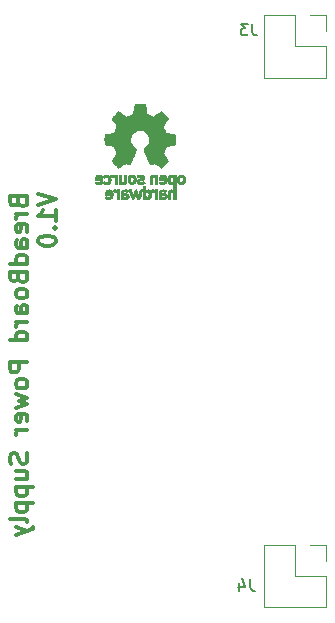
<source format=gbr>
%TF.GenerationSoftware,KiCad,Pcbnew,9.0.5*%
%TF.CreationDate,2025-10-31T15:32:29+05:30*%
%TF.ProjectId,Breadboard-PCB,42726561-6462-46f6-9172-642d5043422e,rev?*%
%TF.SameCoordinates,Original*%
%TF.FileFunction,Legend,Bot*%
%TF.FilePolarity,Positive*%
%FSLAX46Y46*%
G04 Gerber Fmt 4.6, Leading zero omitted, Abs format (unit mm)*
G04 Created by KiCad (PCBNEW 9.0.5) date 2025-10-31 15:32:29*
%MOMM*%
%LPD*%
G01*
G04 APERTURE LIST*
%ADD10C,0.300000*%
%ADD11C,0.150000*%
%ADD12C,0.010000*%
%ADD13C,0.120000*%
G04 APERTURE END LIST*
D10*
X96200198Y-81654510D02*
X96271626Y-81868796D01*
X96271626Y-81868796D02*
X96343055Y-81940225D01*
X96343055Y-81940225D02*
X96485912Y-82011653D01*
X96485912Y-82011653D02*
X96700198Y-82011653D01*
X96700198Y-82011653D02*
X96843055Y-81940225D01*
X96843055Y-81940225D02*
X96914484Y-81868796D01*
X96914484Y-81868796D02*
X96985912Y-81725939D01*
X96985912Y-81725939D02*
X96985912Y-81154510D01*
X96985912Y-81154510D02*
X95485912Y-81154510D01*
X95485912Y-81154510D02*
X95485912Y-81654510D01*
X95485912Y-81654510D02*
X95557341Y-81797368D01*
X95557341Y-81797368D02*
X95628769Y-81868796D01*
X95628769Y-81868796D02*
X95771626Y-81940225D01*
X95771626Y-81940225D02*
X95914484Y-81940225D01*
X95914484Y-81940225D02*
X96057341Y-81868796D01*
X96057341Y-81868796D02*
X96128769Y-81797368D01*
X96128769Y-81797368D02*
X96200198Y-81654510D01*
X96200198Y-81654510D02*
X96200198Y-81154510D01*
X96985912Y-82654510D02*
X95985912Y-82654510D01*
X96271626Y-82654510D02*
X96128769Y-82725939D01*
X96128769Y-82725939D02*
X96057341Y-82797368D01*
X96057341Y-82797368D02*
X95985912Y-82940225D01*
X95985912Y-82940225D02*
X95985912Y-83083082D01*
X96914484Y-84154510D02*
X96985912Y-84011653D01*
X96985912Y-84011653D02*
X96985912Y-83725939D01*
X96985912Y-83725939D02*
X96914484Y-83583081D01*
X96914484Y-83583081D02*
X96771626Y-83511653D01*
X96771626Y-83511653D02*
X96200198Y-83511653D01*
X96200198Y-83511653D02*
X96057341Y-83583081D01*
X96057341Y-83583081D02*
X95985912Y-83725939D01*
X95985912Y-83725939D02*
X95985912Y-84011653D01*
X95985912Y-84011653D02*
X96057341Y-84154510D01*
X96057341Y-84154510D02*
X96200198Y-84225939D01*
X96200198Y-84225939D02*
X96343055Y-84225939D01*
X96343055Y-84225939D02*
X96485912Y-83511653D01*
X96985912Y-85511653D02*
X96200198Y-85511653D01*
X96200198Y-85511653D02*
X96057341Y-85440224D01*
X96057341Y-85440224D02*
X95985912Y-85297367D01*
X95985912Y-85297367D02*
X95985912Y-85011653D01*
X95985912Y-85011653D02*
X96057341Y-84868795D01*
X96914484Y-85511653D02*
X96985912Y-85368795D01*
X96985912Y-85368795D02*
X96985912Y-85011653D01*
X96985912Y-85011653D02*
X96914484Y-84868795D01*
X96914484Y-84868795D02*
X96771626Y-84797367D01*
X96771626Y-84797367D02*
X96628769Y-84797367D01*
X96628769Y-84797367D02*
X96485912Y-84868795D01*
X96485912Y-84868795D02*
X96414484Y-85011653D01*
X96414484Y-85011653D02*
X96414484Y-85368795D01*
X96414484Y-85368795D02*
X96343055Y-85511653D01*
X96985912Y-86868796D02*
X95485912Y-86868796D01*
X96914484Y-86868796D02*
X96985912Y-86725938D01*
X96985912Y-86725938D02*
X96985912Y-86440224D01*
X96985912Y-86440224D02*
X96914484Y-86297367D01*
X96914484Y-86297367D02*
X96843055Y-86225938D01*
X96843055Y-86225938D02*
X96700198Y-86154510D01*
X96700198Y-86154510D02*
X96271626Y-86154510D01*
X96271626Y-86154510D02*
X96128769Y-86225938D01*
X96128769Y-86225938D02*
X96057341Y-86297367D01*
X96057341Y-86297367D02*
X95985912Y-86440224D01*
X95985912Y-86440224D02*
X95985912Y-86725938D01*
X95985912Y-86725938D02*
X96057341Y-86868796D01*
X96200198Y-88083081D02*
X96271626Y-88297367D01*
X96271626Y-88297367D02*
X96343055Y-88368796D01*
X96343055Y-88368796D02*
X96485912Y-88440224D01*
X96485912Y-88440224D02*
X96700198Y-88440224D01*
X96700198Y-88440224D02*
X96843055Y-88368796D01*
X96843055Y-88368796D02*
X96914484Y-88297367D01*
X96914484Y-88297367D02*
X96985912Y-88154510D01*
X96985912Y-88154510D02*
X96985912Y-87583081D01*
X96985912Y-87583081D02*
X95485912Y-87583081D01*
X95485912Y-87583081D02*
X95485912Y-88083081D01*
X95485912Y-88083081D02*
X95557341Y-88225939D01*
X95557341Y-88225939D02*
X95628769Y-88297367D01*
X95628769Y-88297367D02*
X95771626Y-88368796D01*
X95771626Y-88368796D02*
X95914484Y-88368796D01*
X95914484Y-88368796D02*
X96057341Y-88297367D01*
X96057341Y-88297367D02*
X96128769Y-88225939D01*
X96128769Y-88225939D02*
X96200198Y-88083081D01*
X96200198Y-88083081D02*
X96200198Y-87583081D01*
X96985912Y-89297367D02*
X96914484Y-89154510D01*
X96914484Y-89154510D02*
X96843055Y-89083081D01*
X96843055Y-89083081D02*
X96700198Y-89011653D01*
X96700198Y-89011653D02*
X96271626Y-89011653D01*
X96271626Y-89011653D02*
X96128769Y-89083081D01*
X96128769Y-89083081D02*
X96057341Y-89154510D01*
X96057341Y-89154510D02*
X95985912Y-89297367D01*
X95985912Y-89297367D02*
X95985912Y-89511653D01*
X95985912Y-89511653D02*
X96057341Y-89654510D01*
X96057341Y-89654510D02*
X96128769Y-89725939D01*
X96128769Y-89725939D02*
X96271626Y-89797367D01*
X96271626Y-89797367D02*
X96700198Y-89797367D01*
X96700198Y-89797367D02*
X96843055Y-89725939D01*
X96843055Y-89725939D02*
X96914484Y-89654510D01*
X96914484Y-89654510D02*
X96985912Y-89511653D01*
X96985912Y-89511653D02*
X96985912Y-89297367D01*
X96985912Y-91083082D02*
X96200198Y-91083082D01*
X96200198Y-91083082D02*
X96057341Y-91011653D01*
X96057341Y-91011653D02*
X95985912Y-90868796D01*
X95985912Y-90868796D02*
X95985912Y-90583082D01*
X95985912Y-90583082D02*
X96057341Y-90440224D01*
X96914484Y-91083082D02*
X96985912Y-90940224D01*
X96985912Y-90940224D02*
X96985912Y-90583082D01*
X96985912Y-90583082D02*
X96914484Y-90440224D01*
X96914484Y-90440224D02*
X96771626Y-90368796D01*
X96771626Y-90368796D02*
X96628769Y-90368796D01*
X96628769Y-90368796D02*
X96485912Y-90440224D01*
X96485912Y-90440224D02*
X96414484Y-90583082D01*
X96414484Y-90583082D02*
X96414484Y-90940224D01*
X96414484Y-90940224D02*
X96343055Y-91083082D01*
X96985912Y-91797367D02*
X95985912Y-91797367D01*
X96271626Y-91797367D02*
X96128769Y-91868796D01*
X96128769Y-91868796D02*
X96057341Y-91940225D01*
X96057341Y-91940225D02*
X95985912Y-92083082D01*
X95985912Y-92083082D02*
X95985912Y-92225939D01*
X96985912Y-93368796D02*
X95485912Y-93368796D01*
X96914484Y-93368796D02*
X96985912Y-93225938D01*
X96985912Y-93225938D02*
X96985912Y-92940224D01*
X96985912Y-92940224D02*
X96914484Y-92797367D01*
X96914484Y-92797367D02*
X96843055Y-92725938D01*
X96843055Y-92725938D02*
X96700198Y-92654510D01*
X96700198Y-92654510D02*
X96271626Y-92654510D01*
X96271626Y-92654510D02*
X96128769Y-92725938D01*
X96128769Y-92725938D02*
X96057341Y-92797367D01*
X96057341Y-92797367D02*
X95985912Y-92940224D01*
X95985912Y-92940224D02*
X95985912Y-93225938D01*
X95985912Y-93225938D02*
X96057341Y-93368796D01*
X96985912Y-95225938D02*
X95485912Y-95225938D01*
X95485912Y-95225938D02*
X95485912Y-95797367D01*
X95485912Y-95797367D02*
X95557341Y-95940224D01*
X95557341Y-95940224D02*
X95628769Y-96011653D01*
X95628769Y-96011653D02*
X95771626Y-96083081D01*
X95771626Y-96083081D02*
X95985912Y-96083081D01*
X95985912Y-96083081D02*
X96128769Y-96011653D01*
X96128769Y-96011653D02*
X96200198Y-95940224D01*
X96200198Y-95940224D02*
X96271626Y-95797367D01*
X96271626Y-95797367D02*
X96271626Y-95225938D01*
X96985912Y-96940224D02*
X96914484Y-96797367D01*
X96914484Y-96797367D02*
X96843055Y-96725938D01*
X96843055Y-96725938D02*
X96700198Y-96654510D01*
X96700198Y-96654510D02*
X96271626Y-96654510D01*
X96271626Y-96654510D02*
X96128769Y-96725938D01*
X96128769Y-96725938D02*
X96057341Y-96797367D01*
X96057341Y-96797367D02*
X95985912Y-96940224D01*
X95985912Y-96940224D02*
X95985912Y-97154510D01*
X95985912Y-97154510D02*
X96057341Y-97297367D01*
X96057341Y-97297367D02*
X96128769Y-97368796D01*
X96128769Y-97368796D02*
X96271626Y-97440224D01*
X96271626Y-97440224D02*
X96700198Y-97440224D01*
X96700198Y-97440224D02*
X96843055Y-97368796D01*
X96843055Y-97368796D02*
X96914484Y-97297367D01*
X96914484Y-97297367D02*
X96985912Y-97154510D01*
X96985912Y-97154510D02*
X96985912Y-96940224D01*
X95985912Y-97940224D02*
X96985912Y-98225939D01*
X96985912Y-98225939D02*
X96271626Y-98511653D01*
X96271626Y-98511653D02*
X96985912Y-98797367D01*
X96985912Y-98797367D02*
X95985912Y-99083081D01*
X96914484Y-100225939D02*
X96985912Y-100083082D01*
X96985912Y-100083082D02*
X96985912Y-99797368D01*
X96985912Y-99797368D02*
X96914484Y-99654510D01*
X96914484Y-99654510D02*
X96771626Y-99583082D01*
X96771626Y-99583082D02*
X96200198Y-99583082D01*
X96200198Y-99583082D02*
X96057341Y-99654510D01*
X96057341Y-99654510D02*
X95985912Y-99797368D01*
X95985912Y-99797368D02*
X95985912Y-100083082D01*
X95985912Y-100083082D02*
X96057341Y-100225939D01*
X96057341Y-100225939D02*
X96200198Y-100297368D01*
X96200198Y-100297368D02*
X96343055Y-100297368D01*
X96343055Y-100297368D02*
X96485912Y-99583082D01*
X96985912Y-100940224D02*
X95985912Y-100940224D01*
X96271626Y-100940224D02*
X96128769Y-101011653D01*
X96128769Y-101011653D02*
X96057341Y-101083082D01*
X96057341Y-101083082D02*
X95985912Y-101225939D01*
X95985912Y-101225939D02*
X95985912Y-101368796D01*
X96914484Y-102940224D02*
X96985912Y-103154510D01*
X96985912Y-103154510D02*
X96985912Y-103511652D01*
X96985912Y-103511652D02*
X96914484Y-103654510D01*
X96914484Y-103654510D02*
X96843055Y-103725938D01*
X96843055Y-103725938D02*
X96700198Y-103797367D01*
X96700198Y-103797367D02*
X96557341Y-103797367D01*
X96557341Y-103797367D02*
X96414484Y-103725938D01*
X96414484Y-103725938D02*
X96343055Y-103654510D01*
X96343055Y-103654510D02*
X96271626Y-103511652D01*
X96271626Y-103511652D02*
X96200198Y-103225938D01*
X96200198Y-103225938D02*
X96128769Y-103083081D01*
X96128769Y-103083081D02*
X96057341Y-103011652D01*
X96057341Y-103011652D02*
X95914484Y-102940224D01*
X95914484Y-102940224D02*
X95771626Y-102940224D01*
X95771626Y-102940224D02*
X95628769Y-103011652D01*
X95628769Y-103011652D02*
X95557341Y-103083081D01*
X95557341Y-103083081D02*
X95485912Y-103225938D01*
X95485912Y-103225938D02*
X95485912Y-103583081D01*
X95485912Y-103583081D02*
X95557341Y-103797367D01*
X95985912Y-105083081D02*
X96985912Y-105083081D01*
X95985912Y-104440223D02*
X96771626Y-104440223D01*
X96771626Y-104440223D02*
X96914484Y-104511652D01*
X96914484Y-104511652D02*
X96985912Y-104654509D01*
X96985912Y-104654509D02*
X96985912Y-104868795D01*
X96985912Y-104868795D02*
X96914484Y-105011652D01*
X96914484Y-105011652D02*
X96843055Y-105083081D01*
X95985912Y-105797366D02*
X97485912Y-105797366D01*
X96057341Y-105797366D02*
X95985912Y-105940224D01*
X95985912Y-105940224D02*
X95985912Y-106225938D01*
X95985912Y-106225938D02*
X96057341Y-106368795D01*
X96057341Y-106368795D02*
X96128769Y-106440224D01*
X96128769Y-106440224D02*
X96271626Y-106511652D01*
X96271626Y-106511652D02*
X96700198Y-106511652D01*
X96700198Y-106511652D02*
X96843055Y-106440224D01*
X96843055Y-106440224D02*
X96914484Y-106368795D01*
X96914484Y-106368795D02*
X96985912Y-106225938D01*
X96985912Y-106225938D02*
X96985912Y-105940224D01*
X96985912Y-105940224D02*
X96914484Y-105797366D01*
X95985912Y-107154509D02*
X97485912Y-107154509D01*
X96057341Y-107154509D02*
X95985912Y-107297367D01*
X95985912Y-107297367D02*
X95985912Y-107583081D01*
X95985912Y-107583081D02*
X96057341Y-107725938D01*
X96057341Y-107725938D02*
X96128769Y-107797367D01*
X96128769Y-107797367D02*
X96271626Y-107868795D01*
X96271626Y-107868795D02*
X96700198Y-107868795D01*
X96700198Y-107868795D02*
X96843055Y-107797367D01*
X96843055Y-107797367D02*
X96914484Y-107725938D01*
X96914484Y-107725938D02*
X96985912Y-107583081D01*
X96985912Y-107583081D02*
X96985912Y-107297367D01*
X96985912Y-107297367D02*
X96914484Y-107154509D01*
X96985912Y-108725938D02*
X96914484Y-108583081D01*
X96914484Y-108583081D02*
X96771626Y-108511652D01*
X96771626Y-108511652D02*
X95485912Y-108511652D01*
X95985912Y-109154509D02*
X96985912Y-109511652D01*
X95985912Y-109868795D02*
X96985912Y-109511652D01*
X96985912Y-109511652D02*
X97343055Y-109368795D01*
X97343055Y-109368795D02*
X97414484Y-109297366D01*
X97414484Y-109297366D02*
X97485912Y-109154509D01*
X97900828Y-80940225D02*
X99400828Y-81440225D01*
X99400828Y-81440225D02*
X97900828Y-81940225D01*
X99400828Y-83225939D02*
X99400828Y-82368796D01*
X99400828Y-82797367D02*
X97900828Y-82797367D01*
X97900828Y-82797367D02*
X98115114Y-82654510D01*
X98115114Y-82654510D02*
X98257971Y-82511653D01*
X98257971Y-82511653D02*
X98329400Y-82368796D01*
X99257971Y-83868795D02*
X99329400Y-83940224D01*
X99329400Y-83940224D02*
X99400828Y-83868795D01*
X99400828Y-83868795D02*
X99329400Y-83797367D01*
X99329400Y-83797367D02*
X99257971Y-83868795D01*
X99257971Y-83868795D02*
X99400828Y-83868795D01*
X97900828Y-84868796D02*
X97900828Y-85011653D01*
X97900828Y-85011653D02*
X97972257Y-85154510D01*
X97972257Y-85154510D02*
X98043685Y-85225939D01*
X98043685Y-85225939D02*
X98186542Y-85297367D01*
X98186542Y-85297367D02*
X98472257Y-85368796D01*
X98472257Y-85368796D02*
X98829400Y-85368796D01*
X98829400Y-85368796D02*
X99115114Y-85297367D01*
X99115114Y-85297367D02*
X99257971Y-85225939D01*
X99257971Y-85225939D02*
X99329400Y-85154510D01*
X99329400Y-85154510D02*
X99400828Y-85011653D01*
X99400828Y-85011653D02*
X99400828Y-84868796D01*
X99400828Y-84868796D02*
X99329400Y-84725939D01*
X99329400Y-84725939D02*
X99257971Y-84654510D01*
X99257971Y-84654510D02*
X99115114Y-84583081D01*
X99115114Y-84583081D02*
X98829400Y-84511653D01*
X98829400Y-84511653D02*
X98472257Y-84511653D01*
X98472257Y-84511653D02*
X98186542Y-84583081D01*
X98186542Y-84583081D02*
X98043685Y-84654510D01*
X98043685Y-84654510D02*
X97972257Y-84725939D01*
X97972257Y-84725939D02*
X97900828Y-84868796D01*
D11*
X116033333Y-66554819D02*
X116033333Y-67269104D01*
X116033333Y-67269104D02*
X116080952Y-67411961D01*
X116080952Y-67411961D02*
X116176190Y-67507200D01*
X116176190Y-67507200D02*
X116319047Y-67554819D01*
X116319047Y-67554819D02*
X116414285Y-67554819D01*
X115652380Y-66554819D02*
X115033333Y-66554819D01*
X115033333Y-66554819D02*
X115366666Y-66935771D01*
X115366666Y-66935771D02*
X115223809Y-66935771D01*
X115223809Y-66935771D02*
X115128571Y-66983390D01*
X115128571Y-66983390D02*
X115080952Y-67031009D01*
X115080952Y-67031009D02*
X115033333Y-67126247D01*
X115033333Y-67126247D02*
X115033333Y-67364342D01*
X115033333Y-67364342D02*
X115080952Y-67459580D01*
X115080952Y-67459580D02*
X115128571Y-67507200D01*
X115128571Y-67507200D02*
X115223809Y-67554819D01*
X115223809Y-67554819D02*
X115509523Y-67554819D01*
X115509523Y-67554819D02*
X115604761Y-67507200D01*
X115604761Y-67507200D02*
X115652380Y-67459580D01*
X115833333Y-113554819D02*
X115833333Y-114269104D01*
X115833333Y-114269104D02*
X115880952Y-114411961D01*
X115880952Y-114411961D02*
X115976190Y-114507200D01*
X115976190Y-114507200D02*
X116119047Y-114554819D01*
X116119047Y-114554819D02*
X116214285Y-114554819D01*
X114928571Y-113888152D02*
X114928571Y-114554819D01*
X115166666Y-113507200D02*
X115404761Y-114221485D01*
X115404761Y-114221485D02*
X114785714Y-114221485D01*
D12*
%TO.C,REF\u002A\u002A*%
X104223684Y-79332216D02*
X104264650Y-79345005D01*
X104315099Y-79366261D01*
X104339526Y-79377684D01*
X104357155Y-79379749D01*
X104361053Y-79363916D01*
X104361057Y-79363468D01*
X104369312Y-79348351D01*
X104397781Y-79340603D01*
X104452961Y-79338421D01*
X104544869Y-79338421D01*
X104544869Y-80140526D01*
X104361053Y-80140526D01*
X104361053Y-79587483D01*
X104315358Y-79545134D01*
X104301082Y-79533098D01*
X104258558Y-79512534D01*
X104206192Y-79511710D01*
X104134889Y-79529856D01*
X104110852Y-79531005D01*
X104082656Y-79513402D01*
X104045126Y-79471562D01*
X104026921Y-79448419D01*
X104005391Y-79415742D01*
X104002073Y-79394942D01*
X104014128Y-79377395D01*
X104051135Y-79355206D01*
X104108612Y-79337645D01*
X104170972Y-79328938D01*
X104223684Y-79332216D01*
G36*
X104223684Y-79332216D02*
G01*
X104264650Y-79345005D01*
X104315099Y-79366261D01*
X104339526Y-79377684D01*
X104357155Y-79379749D01*
X104361053Y-79363916D01*
X104361057Y-79363468D01*
X104369312Y-79348351D01*
X104397781Y-79340603D01*
X104452961Y-79338421D01*
X104544869Y-79338421D01*
X104544869Y-80140526D01*
X104361053Y-80140526D01*
X104361053Y-79587483D01*
X104315358Y-79545134D01*
X104301082Y-79533098D01*
X104258558Y-79512534D01*
X104206192Y-79511710D01*
X104134889Y-79529856D01*
X104110852Y-79531005D01*
X104082656Y-79513402D01*
X104045126Y-79471562D01*
X104026921Y-79448419D01*
X104005391Y-79415742D01*
X104002073Y-79394942D01*
X104014128Y-79377395D01*
X104051135Y-79355206D01*
X104108612Y-79337645D01*
X104170972Y-79328938D01*
X104223684Y-79332216D01*
G37*
X104467063Y-80602716D02*
X104517550Y-80626344D01*
X104561579Y-80660978D01*
X104561579Y-80626344D01*
X104562676Y-80613194D01*
X104572885Y-80599252D01*
X104600493Y-80593094D01*
X104653487Y-80591710D01*
X104745395Y-80591710D01*
X104745395Y-81410526D01*
X104561579Y-81410526D01*
X104561579Y-81143944D01*
X104561557Y-81128640D01*
X104559989Y-81021060D01*
X104556141Y-80933427D01*
X104550287Y-80870224D01*
X104542701Y-80835929D01*
X104535736Y-80822982D01*
X104492860Y-80782378D01*
X104434458Y-80764404D01*
X104370686Y-80772789D01*
X104355044Y-80778472D01*
X104321721Y-80788517D01*
X104298947Y-80785398D01*
X104276031Y-80764979D01*
X104242283Y-80723127D01*
X104187547Y-80654017D01*
X104226020Y-80622864D01*
X104262592Y-80604112D01*
X104326833Y-80591447D01*
X104399240Y-80591033D01*
X104467063Y-80602716D01*
G36*
X104467063Y-80602716D02*
G01*
X104517550Y-80626344D01*
X104561579Y-80660978D01*
X104561579Y-80626344D01*
X104562676Y-80613194D01*
X104572885Y-80599252D01*
X104600493Y-80593094D01*
X104653487Y-80591710D01*
X104745395Y-80591710D01*
X104745395Y-81410526D01*
X104561579Y-81410526D01*
X104561579Y-81143944D01*
X104561557Y-81128640D01*
X104559989Y-81021060D01*
X104556141Y-80933427D01*
X104550287Y-80870224D01*
X104542701Y-80835929D01*
X104535736Y-80822982D01*
X104492860Y-80782378D01*
X104434458Y-80764404D01*
X104370686Y-80772789D01*
X104355044Y-80778472D01*
X104321721Y-80788517D01*
X104298947Y-80785398D01*
X104276031Y-80764979D01*
X104242283Y-80723127D01*
X104187547Y-80654017D01*
X104226020Y-80622864D01*
X104262592Y-80604112D01*
X104326833Y-80591447D01*
X104399240Y-80591033D01*
X104467063Y-80602716D01*
G37*
X107953816Y-81410526D02*
X107786711Y-81410526D01*
X107786711Y-81152601D01*
X107786526Y-81092605D01*
X107784626Y-80993237D01*
X107779816Y-80919673D01*
X107771052Y-80866827D01*
X107757290Y-80829614D01*
X107737487Y-80802949D01*
X107710600Y-80781746D01*
X107681248Y-80765947D01*
X107646491Y-80761467D01*
X107597058Y-80771429D01*
X107581173Y-80775576D01*
X107541520Y-80781818D01*
X107513167Y-80772875D01*
X107480306Y-80745195D01*
X107474070Y-80739175D01*
X107439594Y-80701937D01*
X107417361Y-80671660D01*
X107414311Y-80664366D01*
X107420354Y-80637432D01*
X107450998Y-80615898D01*
X107499363Y-80600786D01*
X107558566Y-80593114D01*
X107621728Y-80593904D01*
X107681967Y-80604175D01*
X107732402Y-80624948D01*
X107748388Y-80634648D01*
X107775302Y-80648845D01*
X107785264Y-80645594D01*
X107786711Y-80624886D01*
X107787050Y-80617451D01*
X107795112Y-80600982D01*
X107820119Y-80593486D01*
X107870264Y-80591710D01*
X107953816Y-80591710D01*
X107953816Y-81410526D01*
G36*
X107953816Y-81410526D02*
G01*
X107786711Y-81410526D01*
X107786711Y-81152601D01*
X107786526Y-81092605D01*
X107784626Y-80993237D01*
X107779816Y-80919673D01*
X107771052Y-80866827D01*
X107757290Y-80829614D01*
X107737487Y-80802949D01*
X107710600Y-80781746D01*
X107681248Y-80765947D01*
X107646491Y-80761467D01*
X107597058Y-80771429D01*
X107581173Y-80775576D01*
X107541520Y-80781818D01*
X107513167Y-80772875D01*
X107480306Y-80745195D01*
X107474070Y-80739175D01*
X107439594Y-80701937D01*
X107417361Y-80671660D01*
X107414311Y-80664366D01*
X107420354Y-80637432D01*
X107450998Y-80615898D01*
X107499363Y-80600786D01*
X107558566Y-80593114D01*
X107621728Y-80593904D01*
X107681967Y-80604175D01*
X107732402Y-80624948D01*
X107748388Y-80634648D01*
X107775302Y-80648845D01*
X107785264Y-80645594D01*
X107786711Y-80624886D01*
X107787050Y-80617451D01*
X107795112Y-80600982D01*
X107820119Y-80593486D01*
X107870264Y-80591710D01*
X107953816Y-80591710D01*
X107953816Y-81410526D01*
G37*
X104879079Y-79598533D02*
X104880489Y-79715550D01*
X104886007Y-79810058D01*
X104897185Y-79878751D01*
X104915572Y-79925478D01*
X104942717Y-79954089D01*
X104980168Y-79968432D01*
X105029474Y-79972358D01*
X105076552Y-79968854D01*
X105114574Y-79955139D01*
X105142210Y-79927355D01*
X105161009Y-79881651D01*
X105172519Y-79814179D01*
X105178290Y-79721089D01*
X105179869Y-79598533D01*
X105179869Y-79338421D01*
X105346974Y-79338421D01*
X105346974Y-79652004D01*
X105346688Y-79735705D01*
X105344459Y-79843943D01*
X105338869Y-79926489D01*
X105328561Y-79988068D01*
X105312183Y-80033405D01*
X105288379Y-80067226D01*
X105255796Y-80094257D01*
X105213079Y-80119221D01*
X105123377Y-80150825D01*
X105029761Y-80152887D01*
X104941496Y-80123783D01*
X104902986Y-80104917D01*
X104883880Y-80102097D01*
X104879079Y-80115428D01*
X104871109Y-80130396D01*
X104842578Y-80138281D01*
X104787172Y-80140526D01*
X104695264Y-80140526D01*
X104695264Y-79338421D01*
X104879079Y-79338421D01*
X104879079Y-79598533D01*
G36*
X104879079Y-79598533D02*
G01*
X104880489Y-79715550D01*
X104886007Y-79810058D01*
X104897185Y-79878751D01*
X104915572Y-79925478D01*
X104942717Y-79954089D01*
X104980168Y-79968432D01*
X105029474Y-79972358D01*
X105076552Y-79968854D01*
X105114574Y-79955139D01*
X105142210Y-79927355D01*
X105161009Y-79881651D01*
X105172519Y-79814179D01*
X105178290Y-79721089D01*
X105179869Y-79598533D01*
X105179869Y-79338421D01*
X105346974Y-79338421D01*
X105346974Y-79652004D01*
X105346688Y-79735705D01*
X105344459Y-79843943D01*
X105338869Y-79926489D01*
X105328561Y-79988068D01*
X105312183Y-80033405D01*
X105288379Y-80067226D01*
X105255796Y-80094257D01*
X105213079Y-80119221D01*
X105123377Y-80150825D01*
X105029761Y-80152887D01*
X104941496Y-80123783D01*
X104902986Y-80104917D01*
X104883880Y-80102097D01*
X104879079Y-80115428D01*
X104871109Y-80130396D01*
X104842578Y-80138281D01*
X104787172Y-80140526D01*
X104695264Y-80140526D01*
X104695264Y-79338421D01*
X104879079Y-79338421D01*
X104879079Y-79598533D01*
G37*
X107672937Y-79336840D02*
X107749112Y-79360773D01*
X107782699Y-79377040D01*
X107799592Y-79378720D01*
X107803422Y-79363916D01*
X107803425Y-79363468D01*
X107811680Y-79348351D01*
X107840149Y-79340603D01*
X107895329Y-79338421D01*
X107987237Y-79338421D01*
X107987237Y-80140526D01*
X107803422Y-80140526D01*
X107803422Y-79864043D01*
X107803296Y-79770680D01*
X107802436Y-79693988D01*
X107800137Y-79640322D01*
X107795690Y-79604212D01*
X107788390Y-79580191D01*
X107777530Y-79562791D01*
X107762405Y-79546543D01*
X107741801Y-79529261D01*
X107682555Y-79506042D01*
X107620366Y-79512857D01*
X107563398Y-79549581D01*
X107547115Y-79566673D01*
X107535426Y-79583971D01*
X107527586Y-79606990D01*
X107522827Y-79641271D01*
X107520379Y-79692353D01*
X107519473Y-79765777D01*
X107519343Y-79867081D01*
X107519343Y-80140526D01*
X107335527Y-80140526D01*
X107335894Y-79843914D01*
X107335919Y-79830702D01*
X107337513Y-79704535D01*
X107342408Y-79606528D01*
X107351864Y-79531915D01*
X107367139Y-79475931D01*
X107389490Y-79433809D01*
X107420175Y-79400784D01*
X107460454Y-79372090D01*
X107502043Y-79352226D01*
X107585800Y-79334178D01*
X107672937Y-79336840D01*
G36*
X107672937Y-79336840D02*
G01*
X107749112Y-79360773D01*
X107782699Y-79377040D01*
X107799592Y-79378720D01*
X107803422Y-79363916D01*
X107803425Y-79363468D01*
X107811680Y-79348351D01*
X107840149Y-79340603D01*
X107895329Y-79338421D01*
X107987237Y-79338421D01*
X107987237Y-80140526D01*
X107803422Y-80140526D01*
X107803422Y-79864043D01*
X107803296Y-79770680D01*
X107802436Y-79693988D01*
X107800137Y-79640322D01*
X107795690Y-79604212D01*
X107788390Y-79580191D01*
X107777530Y-79562791D01*
X107762405Y-79546543D01*
X107741801Y-79529261D01*
X107682555Y-79506042D01*
X107620366Y-79512857D01*
X107563398Y-79549581D01*
X107547115Y-79566673D01*
X107535426Y-79583971D01*
X107527586Y-79606990D01*
X107522827Y-79641271D01*
X107520379Y-79692353D01*
X107519473Y-79765777D01*
X107519343Y-79867081D01*
X107519343Y-80140526D01*
X107335527Y-80140526D01*
X107335894Y-79843914D01*
X107335919Y-79830702D01*
X107337513Y-79704535D01*
X107342408Y-79606528D01*
X107351864Y-79531915D01*
X107367139Y-79475931D01*
X107389490Y-79433809D01*
X107420175Y-79400784D01*
X107460454Y-79372090D01*
X107502043Y-79352226D01*
X107585800Y-79334178D01*
X107672937Y-79336840D01*
G37*
X103753610Y-79342247D02*
X103844791Y-79377771D01*
X103921907Y-79436413D01*
X103978864Y-79516956D01*
X103982710Y-79525169D01*
X104007130Y-79605267D01*
X104019330Y-79700948D01*
X104019234Y-79800569D01*
X104006764Y-79892488D01*
X103981843Y-79965066D01*
X103951073Y-80015650D01*
X103883344Y-80087310D01*
X103798657Y-80132862D01*
X103726202Y-80151282D01*
X103615875Y-80153293D01*
X103510302Y-80125513D01*
X103416682Y-80069142D01*
X103356088Y-80019196D01*
X103410664Y-79962887D01*
X103445144Y-79929530D01*
X103476332Y-79910958D01*
X103505250Y-79915047D01*
X103542237Y-79940000D01*
X103556985Y-79949768D01*
X103619291Y-79969762D01*
X103690903Y-79969749D01*
X103757950Y-79949143D01*
X103783196Y-79932595D01*
X103820228Y-79883730D01*
X103838792Y-79811958D01*
X103839987Y-79714136D01*
X103839983Y-79714081D01*
X103826171Y-79626562D01*
X103795744Y-79565881D01*
X103745676Y-79528345D01*
X103672941Y-79510261D01*
X103627137Y-79507829D01*
X103587116Y-79517789D01*
X103546070Y-79546642D01*
X103492954Y-79591336D01*
X103425688Y-79537279D01*
X103401113Y-79516570D01*
X103370416Y-79486899D01*
X103358422Y-79469413D01*
X103362669Y-79461533D01*
X103387135Y-79437340D01*
X103426110Y-79406571D01*
X103456605Y-79386549D01*
X103553424Y-79345419D01*
X103654457Y-79331057D01*
X103753610Y-79342247D01*
G36*
X103753610Y-79342247D02*
G01*
X103844791Y-79377771D01*
X103921907Y-79436413D01*
X103978864Y-79516956D01*
X103982710Y-79525169D01*
X104007130Y-79605267D01*
X104019330Y-79700948D01*
X104019234Y-79800569D01*
X104006764Y-79892488D01*
X103981843Y-79965066D01*
X103951073Y-80015650D01*
X103883344Y-80087310D01*
X103798657Y-80132862D01*
X103726202Y-80151282D01*
X103615875Y-80153293D01*
X103510302Y-80125513D01*
X103416682Y-80069142D01*
X103356088Y-80019196D01*
X103410664Y-79962887D01*
X103445144Y-79929530D01*
X103476332Y-79910958D01*
X103505250Y-79915047D01*
X103542237Y-79940000D01*
X103556985Y-79949768D01*
X103619291Y-79969762D01*
X103690903Y-79969749D01*
X103757950Y-79949143D01*
X103783196Y-79932595D01*
X103820228Y-79883730D01*
X103838792Y-79811958D01*
X103839987Y-79714136D01*
X103839983Y-79714081D01*
X103826171Y-79626562D01*
X103795744Y-79565881D01*
X103745676Y-79528345D01*
X103672941Y-79510261D01*
X103627137Y-79507829D01*
X103587116Y-79517789D01*
X103546070Y-79546642D01*
X103492954Y-79591336D01*
X103425688Y-79537279D01*
X103401113Y-79516570D01*
X103370416Y-79486899D01*
X103358422Y-79469413D01*
X103362669Y-79461533D01*
X103387135Y-79437340D01*
X103426110Y-79406571D01*
X103456605Y-79386549D01*
X103553424Y-79345419D01*
X103654457Y-79331057D01*
X103753610Y-79342247D01*
G37*
X106144982Y-79797116D02*
X106140320Y-79850001D01*
X106119714Y-79950965D01*
X106082857Y-80028007D01*
X106026761Y-80086201D01*
X105948434Y-80130617D01*
X105918023Y-80141188D01*
X105839263Y-80154377D01*
X105756384Y-80154018D01*
X105686450Y-80139531D01*
X105685076Y-80139005D01*
X105628718Y-80105852D01*
X105571780Y-80054530D01*
X105524535Y-79995840D01*
X105497255Y-79940584D01*
X105489169Y-79900193D01*
X105482246Y-79824569D01*
X105481085Y-79757161D01*
X105649442Y-79757161D01*
X105659507Y-79838014D01*
X105683151Y-79904451D01*
X105718973Y-79947862D01*
X105732551Y-79955316D01*
X105784327Y-79968864D01*
X105844213Y-79971651D01*
X105894596Y-79962237D01*
X105914260Y-79948736D01*
X105941862Y-79901523D01*
X105959230Y-79827630D01*
X105965264Y-79730663D01*
X105965167Y-79702750D01*
X105963071Y-79646190D01*
X105956100Y-79609294D01*
X105941475Y-79582031D01*
X105916418Y-79554372D01*
X105868736Y-79520849D01*
X105806663Y-79507143D01*
X105746689Y-79520197D01*
X105696891Y-79557951D01*
X105665345Y-79618349D01*
X105654358Y-79670502D01*
X105649442Y-79757161D01*
X105481085Y-79757161D01*
X105480763Y-79738442D01*
X105484478Y-79652719D01*
X105493145Y-79578305D01*
X105506522Y-79526106D01*
X105537679Y-79467006D01*
X105603808Y-79394340D01*
X105688331Y-79348310D01*
X105788734Y-79330090D01*
X105902505Y-79340858D01*
X105921435Y-79345445D01*
X106009595Y-79385000D01*
X106076028Y-79449941D01*
X106120735Y-79540271D01*
X106143718Y-79655994D01*
X106144387Y-79730663D01*
X106144982Y-79797116D01*
G36*
X106144982Y-79797116D02*
G01*
X106140320Y-79850001D01*
X106119714Y-79950965D01*
X106082857Y-80028007D01*
X106026761Y-80086201D01*
X105948434Y-80130617D01*
X105918023Y-80141188D01*
X105839263Y-80154377D01*
X105756384Y-80154018D01*
X105686450Y-80139531D01*
X105685076Y-80139005D01*
X105628718Y-80105852D01*
X105571780Y-80054530D01*
X105524535Y-79995840D01*
X105497255Y-79940584D01*
X105489169Y-79900193D01*
X105482246Y-79824569D01*
X105481085Y-79757161D01*
X105649442Y-79757161D01*
X105659507Y-79838014D01*
X105683151Y-79904451D01*
X105718973Y-79947862D01*
X105732551Y-79955316D01*
X105784327Y-79968864D01*
X105844213Y-79971651D01*
X105894596Y-79962237D01*
X105914260Y-79948736D01*
X105941862Y-79901523D01*
X105959230Y-79827630D01*
X105965264Y-79730663D01*
X105965167Y-79702750D01*
X105963071Y-79646190D01*
X105956100Y-79609294D01*
X105941475Y-79582031D01*
X105916418Y-79554372D01*
X105868736Y-79520849D01*
X105806663Y-79507143D01*
X105746689Y-79520197D01*
X105696891Y-79557951D01*
X105665345Y-79618349D01*
X105654358Y-79670502D01*
X105649442Y-79757161D01*
X105481085Y-79757161D01*
X105480763Y-79738442D01*
X105484478Y-79652719D01*
X105493145Y-79578305D01*
X105506522Y-79526106D01*
X105537679Y-79467006D01*
X105603808Y-79394340D01*
X105688331Y-79348310D01*
X105788734Y-79330090D01*
X105902505Y-79340858D01*
X105921435Y-79345445D01*
X106009595Y-79385000D01*
X106076028Y-79449941D01*
X106120735Y-79540271D01*
X106143718Y-79655994D01*
X106144387Y-79730663D01*
X106144982Y-79797116D01*
G37*
X106278063Y-80854107D02*
X106300655Y-80921510D01*
X106327379Y-80996127D01*
X106349696Y-81052654D01*
X106365759Y-81086486D01*
X106373724Y-81093016D01*
X106375646Y-81087337D01*
X106386049Y-81052507D01*
X106402619Y-80994335D01*
X106423516Y-80919333D01*
X106446900Y-80834013D01*
X106510518Y-80600066D01*
X106607655Y-80594990D01*
X106615854Y-80594584D01*
X106668235Y-80594046D01*
X106693406Y-80599423D01*
X106696612Y-80611701D01*
X106692562Y-80623692D01*
X106679241Y-80664734D01*
X106658384Y-80729736D01*
X106631479Y-80814048D01*
X106600012Y-80913022D01*
X106565469Y-81022006D01*
X106442505Y-81410526D01*
X106288689Y-81410526D01*
X106216213Y-81164046D01*
X106202830Y-81118785D01*
X106178096Y-81036502D01*
X106156962Y-80967940D01*
X106141329Y-80919225D01*
X106133102Y-80896483D01*
X106130758Y-80894787D01*
X106119351Y-80909456D01*
X106103065Y-80948248D01*
X106084606Y-81005102D01*
X106083631Y-81008441D01*
X106058917Y-81092347D01*
X106030641Y-81187351D01*
X106004730Y-81273528D01*
X105962714Y-81412253D01*
X105807750Y-81402171D01*
X105735987Y-81176579D01*
X105704480Y-81077454D01*
X105669187Y-80966281D01*
X105635393Y-80859704D01*
X105607418Y-80771349D01*
X105550613Y-80591710D01*
X105740656Y-80591710D01*
X105786720Y-80762993D01*
X105798965Y-80808251D01*
X105822125Y-80892625D01*
X105843572Y-80969384D01*
X105859876Y-81026184D01*
X105886969Y-81118092D01*
X105973374Y-80859079D01*
X106059780Y-80600066D01*
X106125870Y-80595104D01*
X106191959Y-80590143D01*
X106278063Y-80854107D01*
G36*
X106278063Y-80854107D02*
G01*
X106300655Y-80921510D01*
X106327379Y-80996127D01*
X106349696Y-81052654D01*
X106365759Y-81086486D01*
X106373724Y-81093016D01*
X106375646Y-81087337D01*
X106386049Y-81052507D01*
X106402619Y-80994335D01*
X106423516Y-80919333D01*
X106446900Y-80834013D01*
X106510518Y-80600066D01*
X106607655Y-80594990D01*
X106615854Y-80594584D01*
X106668235Y-80594046D01*
X106693406Y-80599423D01*
X106696612Y-80611701D01*
X106692562Y-80623692D01*
X106679241Y-80664734D01*
X106658384Y-80729736D01*
X106631479Y-80814048D01*
X106600012Y-80913022D01*
X106565469Y-81022006D01*
X106442505Y-81410526D01*
X106288689Y-81410526D01*
X106216213Y-81164046D01*
X106202830Y-81118785D01*
X106178096Y-81036502D01*
X106156962Y-80967940D01*
X106141329Y-80919225D01*
X106133102Y-80896483D01*
X106130758Y-80894787D01*
X106119351Y-80909456D01*
X106103065Y-80948248D01*
X106084606Y-81005102D01*
X106083631Y-81008441D01*
X106058917Y-81092347D01*
X106030641Y-81187351D01*
X106004730Y-81273528D01*
X105962714Y-81412253D01*
X105807750Y-81402171D01*
X105735987Y-81176579D01*
X105704480Y-81077454D01*
X105669187Y-80966281D01*
X105635393Y-80859704D01*
X105607418Y-80771349D01*
X105550613Y-80591710D01*
X105740656Y-80591710D01*
X105786720Y-80762993D01*
X105798965Y-80808251D01*
X105822125Y-80892625D01*
X105843572Y-80969384D01*
X105859876Y-81026184D01*
X105886969Y-81118092D01*
X105973374Y-80859079D01*
X106059780Y-80600066D01*
X106125870Y-80595104D01*
X106191959Y-80590143D01*
X106278063Y-80854107D01*
G37*
X110307431Y-79785368D02*
X110305273Y-79837701D01*
X110300376Y-79901519D01*
X110292033Y-79946752D01*
X110278256Y-79982593D01*
X110257057Y-80018236D01*
X110256154Y-80019587D01*
X110203953Y-80077335D01*
X110140083Y-80121380D01*
X110065813Y-80147517D01*
X109968110Y-80156003D01*
X109872350Y-80139316D01*
X109786755Y-80099106D01*
X109719545Y-80037022D01*
X109700250Y-80007688D01*
X109664216Y-79916496D01*
X109646344Y-79803984D01*
X109646650Y-79775524D01*
X109826249Y-79775524D01*
X109826588Y-79828750D01*
X109832231Y-79864284D01*
X109845089Y-79891589D01*
X109867072Y-79920124D01*
X109897579Y-79948440D01*
X109958592Y-79973710D01*
X110024106Y-79969016D01*
X110086719Y-79933896D01*
X110104381Y-79917122D01*
X110123239Y-79888407D01*
X110133696Y-79848046D01*
X110139624Y-79785154D01*
X110141257Y-79737910D01*
X110132311Y-79641428D01*
X110104860Y-79572352D01*
X110058781Y-79530301D01*
X110004766Y-79510165D01*
X109940349Y-79511860D01*
X109880637Y-79545855D01*
X109866361Y-79558797D01*
X109848347Y-79581440D01*
X109837659Y-79611064D01*
X109831729Y-79656482D01*
X109827988Y-79726506D01*
X109826249Y-79775524D01*
X109646650Y-79775524D01*
X109647723Y-79675624D01*
X109649482Y-79657418D01*
X109674024Y-79540812D01*
X109719430Y-79450290D01*
X109785795Y-79385754D01*
X109873216Y-79347104D01*
X109981791Y-79334243D01*
X110022811Y-79335450D01*
X110106934Y-79350220D01*
X110175722Y-79385474D01*
X110239854Y-79445828D01*
X110250110Y-79457942D01*
X110277774Y-79498737D01*
X110295955Y-79544930D01*
X110306036Y-79603468D01*
X110309401Y-79681299D01*
X110308329Y-79737910D01*
X110307431Y-79785368D01*
G36*
X110307431Y-79785368D02*
G01*
X110305273Y-79837701D01*
X110300376Y-79901519D01*
X110292033Y-79946752D01*
X110278256Y-79982593D01*
X110257057Y-80018236D01*
X110256154Y-80019587D01*
X110203953Y-80077335D01*
X110140083Y-80121380D01*
X110065813Y-80147517D01*
X109968110Y-80156003D01*
X109872350Y-80139316D01*
X109786755Y-80099106D01*
X109719545Y-80037022D01*
X109700250Y-80007688D01*
X109664216Y-79916496D01*
X109646344Y-79803984D01*
X109646650Y-79775524D01*
X109826249Y-79775524D01*
X109826588Y-79828750D01*
X109832231Y-79864284D01*
X109845089Y-79891589D01*
X109867072Y-79920124D01*
X109897579Y-79948440D01*
X109958592Y-79973710D01*
X110024106Y-79969016D01*
X110086719Y-79933896D01*
X110104381Y-79917122D01*
X110123239Y-79888407D01*
X110133696Y-79848046D01*
X110139624Y-79785154D01*
X110141257Y-79737910D01*
X110132311Y-79641428D01*
X110104860Y-79572352D01*
X110058781Y-79530301D01*
X110004766Y-79510165D01*
X109940349Y-79511860D01*
X109880637Y-79545855D01*
X109866361Y-79558797D01*
X109848347Y-79581440D01*
X109837659Y-79611064D01*
X109831729Y-79656482D01*
X109827988Y-79726506D01*
X109826249Y-79775524D01*
X109646650Y-79775524D01*
X109647723Y-79675624D01*
X109649482Y-79657418D01*
X109674024Y-79540812D01*
X109719430Y-79450290D01*
X109785795Y-79385754D01*
X109873216Y-79347104D01*
X109981791Y-79334243D01*
X110022811Y-79335450D01*
X110106934Y-79350220D01*
X110175722Y-79385474D01*
X110239854Y-79445828D01*
X110250110Y-79457942D01*
X110277774Y-79498737D01*
X110295955Y-79544930D01*
X110306036Y-79603468D01*
X110309401Y-79681299D01*
X110308329Y-79737910D01*
X110307431Y-79785368D01*
G37*
X107417986Y-81063659D02*
X107415868Y-81135101D01*
X107411608Y-81184866D01*
X107410878Y-81189427D01*
X107382206Y-81271004D01*
X107329846Y-81340165D01*
X107261158Y-81387021D01*
X107187396Y-81406416D01*
X107096668Y-81404911D01*
X107013205Y-81378906D01*
X106991465Y-81367932D01*
X106963510Y-81356174D01*
X106952872Y-81359832D01*
X106951185Y-81378906D01*
X106950410Y-81388418D01*
X106940407Y-81402485D01*
X106912623Y-81408962D01*
X106859277Y-81410526D01*
X106767369Y-81410526D01*
X106767369Y-81009328D01*
X106951185Y-81009328D01*
X106952502Y-81078832D01*
X106957848Y-81125106D01*
X106969262Y-81156807D01*
X106988783Y-81183373D01*
X107040329Y-81222873D01*
X107100650Y-81236115D01*
X107159144Y-81219740D01*
X107208410Y-81174060D01*
X107221432Y-81140634D01*
X107231051Y-81081441D01*
X107235280Y-81009626D01*
X107233948Y-80935967D01*
X107226884Y-80871239D01*
X107213917Y-80826222D01*
X107209774Y-80818840D01*
X107169840Y-80781738D01*
X107115722Y-80765301D01*
X107057600Y-80769124D01*
X107005653Y-80792802D01*
X106970063Y-80835929D01*
X106968592Y-80839556D01*
X106959767Y-80880026D01*
X106953542Y-80940499D01*
X106951185Y-81009328D01*
X106767369Y-81009328D01*
X106767369Y-80274210D01*
X106951185Y-80274210D01*
X106951185Y-80663732D01*
X106985232Y-80632920D01*
X107018014Y-80613769D01*
X107080059Y-80597760D01*
X107152589Y-80592602D01*
X107223419Y-80598935D01*
X107280368Y-80617400D01*
X107321128Y-80643666D01*
X107363113Y-80688412D01*
X107391370Y-80748588D01*
X107408355Y-80829988D01*
X107416528Y-80938405D01*
X107417729Y-80982230D01*
X107417816Y-81009626D01*
X107417986Y-81063659D01*
G36*
X107417986Y-81063659D02*
G01*
X107415868Y-81135101D01*
X107411608Y-81184866D01*
X107410878Y-81189427D01*
X107382206Y-81271004D01*
X107329846Y-81340165D01*
X107261158Y-81387021D01*
X107187396Y-81406416D01*
X107096668Y-81404911D01*
X107013205Y-81378906D01*
X106991465Y-81367932D01*
X106963510Y-81356174D01*
X106952872Y-81359832D01*
X106951185Y-81378906D01*
X106950410Y-81388418D01*
X106940407Y-81402485D01*
X106912623Y-81408962D01*
X106859277Y-81410526D01*
X106767369Y-81410526D01*
X106767369Y-81009328D01*
X106951185Y-81009328D01*
X106952502Y-81078832D01*
X106957848Y-81125106D01*
X106969262Y-81156807D01*
X106988783Y-81183373D01*
X107040329Y-81222873D01*
X107100650Y-81236115D01*
X107159144Y-81219740D01*
X107208410Y-81174060D01*
X107221432Y-81140634D01*
X107231051Y-81081441D01*
X107235280Y-81009626D01*
X107233948Y-80935967D01*
X107226884Y-80871239D01*
X107213917Y-80826222D01*
X107209774Y-80818840D01*
X107169840Y-80781738D01*
X107115722Y-80765301D01*
X107057600Y-80769124D01*
X107005653Y-80792802D01*
X106970063Y-80835929D01*
X106968592Y-80839556D01*
X106959767Y-80880026D01*
X106953542Y-80940499D01*
X106951185Y-81009328D01*
X106767369Y-81009328D01*
X106767369Y-80274210D01*
X106951185Y-80274210D01*
X106951185Y-80663732D01*
X106985232Y-80632920D01*
X107018014Y-80613769D01*
X107080059Y-80597760D01*
X107152589Y-80592602D01*
X107223419Y-80598935D01*
X107280368Y-80617400D01*
X107321128Y-80643666D01*
X107363113Y-80688412D01*
X107391370Y-80748588D01*
X107408355Y-80829988D01*
X107416528Y-80938405D01*
X107417729Y-80982230D01*
X107417816Y-81009626D01*
X107417986Y-81063659D01*
G37*
X103336367Y-79685627D02*
X103334216Y-79813529D01*
X103333936Y-79816044D01*
X103309909Y-79933405D01*
X103266499Y-80024652D01*
X103202353Y-80091791D01*
X103116119Y-80136824D01*
X103100289Y-80141974D01*
X103002173Y-80157151D01*
X102900698Y-80148688D01*
X102806359Y-80118445D01*
X102729649Y-80068285D01*
X102672190Y-80015197D01*
X102733266Y-79966904D01*
X102794341Y-79918611D01*
X102867947Y-79954371D01*
X102953115Y-79983347D01*
X103028301Y-79984215D01*
X103089816Y-79957592D01*
X103134083Y-79904155D01*
X103149952Y-79872136D01*
X103158811Y-79844771D01*
X103153685Y-79826285D01*
X103130687Y-79814938D01*
X103085931Y-79808987D01*
X103015529Y-79806693D01*
X102915593Y-79806316D01*
X102673290Y-79806316D01*
X102673290Y-79690430D01*
X102675100Y-79639555D01*
X102845706Y-79639555D01*
X102853900Y-79648912D01*
X102878160Y-79653783D01*
X102924272Y-79655630D01*
X102998019Y-79655921D01*
X103037566Y-79655457D01*
X103099971Y-79652388D01*
X103142303Y-79647013D01*
X103157895Y-79639997D01*
X103153906Y-79614108D01*
X103125788Y-79564570D01*
X103078932Y-79523875D01*
X103023074Y-79499295D01*
X102967951Y-79498105D01*
X102926458Y-79517815D01*
X102879440Y-79562668D01*
X102849545Y-79618322D01*
X102847794Y-79624245D01*
X102845706Y-79639555D01*
X102675100Y-79639555D01*
X102675471Y-79629138D01*
X102681876Y-79568496D01*
X102691025Y-79527502D01*
X102697695Y-79511852D01*
X102746243Y-79442149D01*
X102816391Y-79384013D01*
X102898426Y-79345949D01*
X102941216Y-79335554D01*
X103043170Y-79330822D01*
X103134015Y-79354893D01*
X103211253Y-79405088D01*
X103272389Y-79478727D01*
X103314926Y-79573133D01*
X103327671Y-79639997D01*
X103336367Y-79685627D01*
G36*
X103336367Y-79685627D02*
G01*
X103334216Y-79813529D01*
X103333936Y-79816044D01*
X103309909Y-79933405D01*
X103266499Y-80024652D01*
X103202353Y-80091791D01*
X103116119Y-80136824D01*
X103100289Y-80141974D01*
X103002173Y-80157151D01*
X102900698Y-80148688D01*
X102806359Y-80118445D01*
X102729649Y-80068285D01*
X102672190Y-80015197D01*
X102733266Y-79966904D01*
X102794341Y-79918611D01*
X102867947Y-79954371D01*
X102953115Y-79983347D01*
X103028301Y-79984215D01*
X103089816Y-79957592D01*
X103134083Y-79904155D01*
X103149952Y-79872136D01*
X103158811Y-79844771D01*
X103153685Y-79826285D01*
X103130687Y-79814938D01*
X103085931Y-79808987D01*
X103015529Y-79806693D01*
X102915593Y-79806316D01*
X102673290Y-79806316D01*
X102673290Y-79690430D01*
X102675100Y-79639555D01*
X102845706Y-79639555D01*
X102853900Y-79648912D01*
X102878160Y-79653783D01*
X102924272Y-79655630D01*
X102998019Y-79655921D01*
X103037566Y-79655457D01*
X103099971Y-79652388D01*
X103142303Y-79647013D01*
X103157895Y-79639997D01*
X103153906Y-79614108D01*
X103125788Y-79564570D01*
X103078932Y-79523875D01*
X103023074Y-79499295D01*
X102967951Y-79498105D01*
X102926458Y-79517815D01*
X102879440Y-79562668D01*
X102849545Y-79618322D01*
X102847794Y-79624245D01*
X102845706Y-79639555D01*
X102675100Y-79639555D01*
X102675471Y-79629138D01*
X102681876Y-79568496D01*
X102691025Y-79527502D01*
X102697695Y-79511852D01*
X102746243Y-79442149D01*
X102816391Y-79384013D01*
X102898426Y-79345949D01*
X102941216Y-79335554D01*
X103043170Y-79330822D01*
X103134015Y-79354893D01*
X103211253Y-79405088D01*
X103272389Y-79478727D01*
X103314926Y-79573133D01*
X103327671Y-79639997D01*
X103336367Y-79685627D01*
G37*
X106631399Y-79337879D02*
X106727909Y-79362068D01*
X106798411Y-79406902D01*
X106843307Y-79472681D01*
X106862999Y-79559707D01*
X106859012Y-79643023D01*
X106830235Y-79713297D01*
X106775048Y-79765254D01*
X106692348Y-79799910D01*
X106581026Y-79818279D01*
X106508692Y-79827906D01*
X106442670Y-79848737D01*
X106408583Y-79878904D01*
X106406526Y-79918352D01*
X106420243Y-79942949D01*
X106462726Y-79972101D01*
X106523117Y-79985889D01*
X106593889Y-79984004D01*
X106667512Y-79966133D01*
X106736457Y-79931967D01*
X106805197Y-79886477D01*
X106926119Y-80008835D01*
X106875987Y-80049755D01*
X106856494Y-80063973D01*
X106801650Y-80096275D01*
X106742303Y-80124109D01*
X106695335Y-80140083D01*
X106626562Y-80151654D01*
X106541777Y-80151807D01*
X106437806Y-80139067D01*
X106344145Y-80106777D01*
X106277849Y-80055486D01*
X106238760Y-79985065D01*
X106226722Y-79895387D01*
X106235436Y-79816497D01*
X106263408Y-79751907D01*
X106313768Y-79705651D01*
X106389703Y-79674888D01*
X106494400Y-79656778D01*
X106506425Y-79655467D01*
X106571611Y-79647106D01*
X106624490Y-79638357D01*
X106654573Y-79630913D01*
X106664612Y-79624920D01*
X106681584Y-79594013D01*
X106678828Y-79554450D01*
X106656146Y-79520105D01*
X106644236Y-79512615D01*
X106594606Y-79500613D01*
X106530500Y-79501420D01*
X106463653Y-79514192D01*
X106405799Y-79538086D01*
X106345008Y-79573954D01*
X106297854Y-79518852D01*
X106286412Y-79504853D01*
X106260634Y-79467353D01*
X106250022Y-79441937D01*
X106261166Y-79426353D01*
X106295644Y-79402026D01*
X106345428Y-79375848D01*
X106352443Y-79372648D01*
X106418092Y-79347548D01*
X106481372Y-79335547D01*
X106559900Y-79333137D01*
X106631399Y-79337879D01*
G36*
X106631399Y-79337879D02*
G01*
X106727909Y-79362068D01*
X106798411Y-79406902D01*
X106843307Y-79472681D01*
X106862999Y-79559707D01*
X106859012Y-79643023D01*
X106830235Y-79713297D01*
X106775048Y-79765254D01*
X106692348Y-79799910D01*
X106581026Y-79818279D01*
X106508692Y-79827906D01*
X106442670Y-79848737D01*
X106408583Y-79878904D01*
X106406526Y-79918352D01*
X106420243Y-79942949D01*
X106462726Y-79972101D01*
X106523117Y-79985889D01*
X106593889Y-79984004D01*
X106667512Y-79966133D01*
X106736457Y-79931967D01*
X106805197Y-79886477D01*
X106926119Y-80008835D01*
X106875987Y-80049755D01*
X106856494Y-80063973D01*
X106801650Y-80096275D01*
X106742303Y-80124109D01*
X106695335Y-80140083D01*
X106626562Y-80151654D01*
X106541777Y-80151807D01*
X106437806Y-80139067D01*
X106344145Y-80106777D01*
X106277849Y-80055486D01*
X106238760Y-79985065D01*
X106226722Y-79895387D01*
X106235436Y-79816497D01*
X106263408Y-79751907D01*
X106313768Y-79705651D01*
X106389703Y-79674888D01*
X106494400Y-79656778D01*
X106506425Y-79655467D01*
X106571611Y-79647106D01*
X106624490Y-79638357D01*
X106654573Y-79630913D01*
X106664612Y-79624920D01*
X106681584Y-79594013D01*
X106678828Y-79554450D01*
X106656146Y-79520105D01*
X106644236Y-79512615D01*
X106594606Y-79500613D01*
X106530500Y-79501420D01*
X106463653Y-79514192D01*
X106405799Y-79538086D01*
X106345008Y-79573954D01*
X106297854Y-79518852D01*
X106286412Y-79504853D01*
X106260634Y-79467353D01*
X106250022Y-79441937D01*
X106261166Y-79426353D01*
X106295644Y-79402026D01*
X106345428Y-79375848D01*
X106352443Y-79372648D01*
X106418092Y-79347548D01*
X106481372Y-79335547D01*
X106559900Y-79333137D01*
X106631399Y-79337879D01*
G37*
X104193418Y-81001118D02*
X104191245Y-81063498D01*
X104171455Y-81182794D01*
X104130734Y-81276598D01*
X104068724Y-81345581D01*
X103985066Y-81390412D01*
X103958037Y-81398332D01*
X103861524Y-81409395D01*
X103759615Y-81400059D01*
X103667566Y-81371246D01*
X103635138Y-81354892D01*
X103588643Y-81326878D01*
X103560465Y-81303827D01*
X103556305Y-81298560D01*
X103548522Y-81279299D01*
X103559736Y-81258361D01*
X103593886Y-81226650D01*
X103610367Y-81212845D01*
X103642832Y-81187583D01*
X103659855Y-81177258D01*
X103664732Y-81178321D01*
X103692681Y-81189819D01*
X103734408Y-81210000D01*
X103748013Y-81216638D01*
X103828271Y-81241289D01*
X103897997Y-81234935D01*
X103959140Y-81197467D01*
X103966255Y-81190544D01*
X104000268Y-81147178D01*
X104019702Y-81105559D01*
X104030466Y-81059605D01*
X103525527Y-81059605D01*
X103525620Y-80971875D01*
X103525673Y-80963150D01*
X103532490Y-80892763D01*
X103709343Y-80892763D01*
X103711431Y-80907361D01*
X103722152Y-80917422D01*
X103747707Y-80923006D01*
X103794289Y-80925408D01*
X103868093Y-80925921D01*
X103909124Y-80925389D01*
X103969688Y-80922280D01*
X104011345Y-80917012D01*
X104026843Y-80910298D01*
X104013626Y-80855033D01*
X103974930Y-80803452D01*
X103919121Y-80767666D01*
X103854651Y-80755288D01*
X103807185Y-80769242D01*
X103759738Y-80803353D01*
X103723669Y-80847796D01*
X103709343Y-80892763D01*
X103532490Y-80892763D01*
X103536127Y-80855216D01*
X103566555Y-80767413D01*
X103619649Y-80691723D01*
X103652038Y-80659705D01*
X103718932Y-80616845D01*
X103798807Y-80596078D01*
X103899700Y-80594618D01*
X103948435Y-80600343D01*
X104038396Y-80630071D01*
X104107271Y-80684178D01*
X104155664Y-80763498D01*
X104184179Y-80868866D01*
X104187074Y-80910298D01*
X104193418Y-81001118D01*
G36*
X104193418Y-81001118D02*
G01*
X104191245Y-81063498D01*
X104171455Y-81182794D01*
X104130734Y-81276598D01*
X104068724Y-81345581D01*
X103985066Y-81390412D01*
X103958037Y-81398332D01*
X103861524Y-81409395D01*
X103759615Y-81400059D01*
X103667566Y-81371246D01*
X103635138Y-81354892D01*
X103588643Y-81326878D01*
X103560465Y-81303827D01*
X103556305Y-81298560D01*
X103548522Y-81279299D01*
X103559736Y-81258361D01*
X103593886Y-81226650D01*
X103610367Y-81212845D01*
X103642832Y-81187583D01*
X103659855Y-81177258D01*
X103664732Y-81178321D01*
X103692681Y-81189819D01*
X103734408Y-81210000D01*
X103748013Y-81216638D01*
X103828271Y-81241289D01*
X103897997Y-81234935D01*
X103959140Y-81197467D01*
X103966255Y-81190544D01*
X104000268Y-81147178D01*
X104019702Y-81105559D01*
X104030466Y-81059605D01*
X103525527Y-81059605D01*
X103525620Y-80971875D01*
X103525673Y-80963150D01*
X103532490Y-80892763D01*
X103709343Y-80892763D01*
X103711431Y-80907361D01*
X103722152Y-80917422D01*
X103747707Y-80923006D01*
X103794289Y-80925408D01*
X103868093Y-80925921D01*
X103909124Y-80925389D01*
X103969688Y-80922280D01*
X104011345Y-80917012D01*
X104026843Y-80910298D01*
X104013626Y-80855033D01*
X103974930Y-80803452D01*
X103919121Y-80767666D01*
X103854651Y-80755288D01*
X103807185Y-80769242D01*
X103759738Y-80803353D01*
X103723669Y-80847796D01*
X103709343Y-80892763D01*
X103532490Y-80892763D01*
X103536127Y-80855216D01*
X103566555Y-80767413D01*
X103619649Y-80691723D01*
X103652038Y-80659705D01*
X103718932Y-80616845D01*
X103798807Y-80596078D01*
X103899700Y-80594618D01*
X103948435Y-80600343D01*
X104038396Y-80630071D01*
X104107271Y-80684178D01*
X104155664Y-80763498D01*
X104184179Y-80868866D01*
X104187074Y-80910298D01*
X104193418Y-81001118D01*
G37*
X108768543Y-79639091D02*
X108774389Y-79756138D01*
X108772928Y-79807216D01*
X108756454Y-79918843D01*
X108720151Y-80006856D01*
X108662120Y-80074884D01*
X108580461Y-80126551D01*
X108501246Y-80150670D01*
X108401871Y-80155285D01*
X108301607Y-80137537D01*
X108212172Y-80098327D01*
X108179030Y-80076515D01*
X108142515Y-80048556D01*
X108125853Y-80030158D01*
X108126798Y-80022567D01*
X108145448Y-79996703D01*
X108180498Y-79965367D01*
X108241241Y-79919036D01*
X108312418Y-79954584D01*
X108331665Y-79963383D01*
X108388323Y-79982506D01*
X108435811Y-79990131D01*
X108470828Y-79983848D01*
X108525778Y-79953591D01*
X108571967Y-79906620D01*
X108598387Y-79852270D01*
X108609150Y-79806316D01*
X108104211Y-79806316D01*
X108104304Y-79718585D01*
X108105069Y-79690781D01*
X108110649Y-79631119D01*
X108288027Y-79631119D01*
X108288352Y-79634537D01*
X108297540Y-79645181D01*
X108323504Y-79651720D01*
X108371779Y-79655014D01*
X108447903Y-79655921D01*
X108472923Y-79655910D01*
X108537902Y-79655310D01*
X108576964Y-79652715D01*
X108595903Y-79646662D01*
X108600511Y-79635686D01*
X108596581Y-79618322D01*
X108595981Y-79616353D01*
X108562127Y-79555930D01*
X108508757Y-79514329D01*
X108445115Y-79498842D01*
X108421591Y-79500080D01*
X108377928Y-79514896D01*
X108336041Y-79552579D01*
X108324758Y-79565903D01*
X108298513Y-79603956D01*
X108288027Y-79631119D01*
X108110649Y-79631119D01*
X108111366Y-79623449D01*
X108121926Y-79567734D01*
X108133501Y-79536543D01*
X108174195Y-79468700D01*
X108228695Y-79407086D01*
X108286330Y-79364866D01*
X108302982Y-79357027D01*
X108399945Y-79331021D01*
X108498960Y-79333762D01*
X108592052Y-79364092D01*
X108671244Y-79420848D01*
X108714078Y-79473190D01*
X108749101Y-79546928D01*
X108767825Y-79635686D01*
X108768543Y-79639091D01*
G36*
X108768543Y-79639091D02*
G01*
X108774389Y-79756138D01*
X108772928Y-79807216D01*
X108756454Y-79918843D01*
X108720151Y-80006856D01*
X108662120Y-80074884D01*
X108580461Y-80126551D01*
X108501246Y-80150670D01*
X108401871Y-80155285D01*
X108301607Y-80137537D01*
X108212172Y-80098327D01*
X108179030Y-80076515D01*
X108142515Y-80048556D01*
X108125853Y-80030158D01*
X108126798Y-80022567D01*
X108145448Y-79996703D01*
X108180498Y-79965367D01*
X108241241Y-79919036D01*
X108312418Y-79954584D01*
X108331665Y-79963383D01*
X108388323Y-79982506D01*
X108435811Y-79990131D01*
X108470828Y-79983848D01*
X108525778Y-79953591D01*
X108571967Y-79906620D01*
X108598387Y-79852270D01*
X108609150Y-79806316D01*
X108104211Y-79806316D01*
X108104304Y-79718585D01*
X108105069Y-79690781D01*
X108110649Y-79631119D01*
X108288027Y-79631119D01*
X108288352Y-79634537D01*
X108297540Y-79645181D01*
X108323504Y-79651720D01*
X108371779Y-79655014D01*
X108447903Y-79655921D01*
X108472923Y-79655910D01*
X108537902Y-79655310D01*
X108576964Y-79652715D01*
X108595903Y-79646662D01*
X108600511Y-79635686D01*
X108596581Y-79618322D01*
X108595981Y-79616353D01*
X108562127Y-79555930D01*
X108508757Y-79514329D01*
X108445115Y-79498842D01*
X108421591Y-79500080D01*
X108377928Y-79514896D01*
X108336041Y-79552579D01*
X108324758Y-79565903D01*
X108298513Y-79603956D01*
X108288027Y-79631119D01*
X108110649Y-79631119D01*
X108111366Y-79623449D01*
X108121926Y-79567734D01*
X108133501Y-79536543D01*
X108174195Y-79468700D01*
X108228695Y-79407086D01*
X108286330Y-79364866D01*
X108302982Y-79357027D01*
X108399945Y-79331021D01*
X108498960Y-79333762D01*
X108592052Y-79364092D01*
X108671244Y-79420848D01*
X108714078Y-79473190D01*
X108749101Y-79546928D01*
X108767825Y-79635686D01*
X108768543Y-79639091D01*
G37*
X105555668Y-81190600D02*
X105535509Y-81266464D01*
X105491698Y-81331365D01*
X105425241Y-81378051D01*
X105418719Y-81380889D01*
X105346005Y-81401330D01*
X105264071Y-81409299D01*
X105186172Y-81404427D01*
X105125560Y-81386348D01*
X105101348Y-81374554D01*
X105083580Y-81371741D01*
X105079606Y-81386451D01*
X105072078Y-81400055D01*
X105042953Y-81408156D01*
X104986420Y-81410526D01*
X104893235Y-81410526D01*
X104898690Y-81088849D01*
X104899273Y-81059605D01*
X105079606Y-81059605D01*
X105079606Y-81118092D01*
X105085900Y-81161806D01*
X105113027Y-81210000D01*
X105123040Y-81218858D01*
X105164081Y-81237494D01*
X105225823Y-81242290D01*
X105262871Y-81240417D01*
X105332195Y-81226309D01*
X105375163Y-81200024D01*
X105389655Y-81163344D01*
X105373551Y-81118052D01*
X105364154Y-81106200D01*
X105322187Y-81079613D01*
X105255766Y-81064432D01*
X105161070Y-81059605D01*
X105079606Y-81059605D01*
X104899273Y-81059605D01*
X104900172Y-81014462D01*
X104904076Y-80903099D01*
X104910657Y-80817946D01*
X104921214Y-80754360D01*
X104937048Y-80707699D01*
X104959459Y-80673321D01*
X104989747Y-80646583D01*
X105029213Y-80622844D01*
X105049573Y-80613780D01*
X105120008Y-80596673D01*
X105204959Y-80589600D01*
X105292788Y-80592432D01*
X105371857Y-80605041D01*
X105430527Y-80627297D01*
X105450935Y-80640219D01*
X105497921Y-80678519D01*
X105513824Y-80710589D01*
X105509962Y-80716786D01*
X105485894Y-80738432D01*
X105447039Y-80767308D01*
X105427174Y-80780824D01*
X105393346Y-80799974D01*
X105371363Y-80801803D01*
X105350953Y-80788585D01*
X105300086Y-80761816D01*
X105231640Y-80750808D01*
X105161694Y-80759236D01*
X105160370Y-80759618D01*
X105111036Y-80781052D01*
X105086616Y-80814603D01*
X105079862Y-80870091D01*
X105079606Y-80922879D01*
X105254010Y-80928577D01*
X105281796Y-80929515D01*
X105351848Y-80932775D01*
X105398809Y-80937897D01*
X105430552Y-80946798D01*
X105454948Y-80961397D01*
X105479869Y-80983612D01*
X105521015Y-81034995D01*
X105551171Y-81111026D01*
X105554128Y-81163344D01*
X105555668Y-81190600D01*
G36*
X105555668Y-81190600D02*
G01*
X105535509Y-81266464D01*
X105491698Y-81331365D01*
X105425241Y-81378051D01*
X105418719Y-81380889D01*
X105346005Y-81401330D01*
X105264071Y-81409299D01*
X105186172Y-81404427D01*
X105125560Y-81386348D01*
X105101348Y-81374554D01*
X105083580Y-81371741D01*
X105079606Y-81386451D01*
X105072078Y-81400055D01*
X105042953Y-81408156D01*
X104986420Y-81410526D01*
X104893235Y-81410526D01*
X104898690Y-81088849D01*
X104899273Y-81059605D01*
X105079606Y-81059605D01*
X105079606Y-81118092D01*
X105085900Y-81161806D01*
X105113027Y-81210000D01*
X105123040Y-81218858D01*
X105164081Y-81237494D01*
X105225823Y-81242290D01*
X105262871Y-81240417D01*
X105332195Y-81226309D01*
X105375163Y-81200024D01*
X105389655Y-81163344D01*
X105373551Y-81118052D01*
X105364154Y-81106200D01*
X105322187Y-81079613D01*
X105255766Y-81064432D01*
X105161070Y-81059605D01*
X105079606Y-81059605D01*
X104899273Y-81059605D01*
X104900172Y-81014462D01*
X104904076Y-80903099D01*
X104910657Y-80817946D01*
X104921214Y-80754360D01*
X104937048Y-80707699D01*
X104959459Y-80673321D01*
X104989747Y-80646583D01*
X105029213Y-80622844D01*
X105049573Y-80613780D01*
X105120008Y-80596673D01*
X105204959Y-80589600D01*
X105292788Y-80592432D01*
X105371857Y-80605041D01*
X105430527Y-80627297D01*
X105450935Y-80640219D01*
X105497921Y-80678519D01*
X105513824Y-80710589D01*
X105509962Y-80716786D01*
X105485894Y-80738432D01*
X105447039Y-80767308D01*
X105427174Y-80780824D01*
X105393346Y-80799974D01*
X105371363Y-80801803D01*
X105350953Y-80788585D01*
X105300086Y-80761816D01*
X105231640Y-80750808D01*
X105161694Y-80759236D01*
X105160370Y-80759618D01*
X105111036Y-80781052D01*
X105086616Y-80814603D01*
X105079862Y-80870091D01*
X105079606Y-80922879D01*
X105254010Y-80928577D01*
X105281796Y-80929515D01*
X105351848Y-80932775D01*
X105398809Y-80937897D01*
X105430552Y-80946798D01*
X105454948Y-80961397D01*
X105479869Y-80983612D01*
X105521015Y-81034995D01*
X105551171Y-81111026D01*
X105554128Y-81163344D01*
X105555668Y-81190600D01*
G37*
X108768912Y-81187796D02*
X108768722Y-81190000D01*
X108748360Y-81275846D01*
X108703067Y-81340412D01*
X108630593Y-81386937D01*
X108593140Y-81398256D01*
X108528990Y-81407078D01*
X108458840Y-81409185D01*
X108395548Y-81404330D01*
X108351976Y-81392268D01*
X108325512Y-81382606D01*
X108299601Y-81392268D01*
X108290123Y-81397866D01*
X108252294Y-81406943D01*
X108201132Y-81410526D01*
X108120922Y-81410526D01*
X108120922Y-81087142D01*
X108120928Y-81059605D01*
X108304737Y-81059605D01*
X108304737Y-81123857D01*
X108310915Y-81172753D01*
X108335297Y-81215765D01*
X108349249Y-81225074D01*
X108399051Y-81239583D01*
X108461225Y-81243205D01*
X108522196Y-81235845D01*
X108568388Y-81217408D01*
X108591399Y-81193030D01*
X108605527Y-81149713D01*
X108592998Y-81115376D01*
X108551582Y-81085520D01*
X108485005Y-81066366D01*
X108397182Y-81059605D01*
X108304737Y-81059605D01*
X108120928Y-81059605D01*
X108120928Y-81059176D01*
X108121232Y-80953767D01*
X108122376Y-80875401D01*
X108124877Y-80818871D01*
X108129256Y-80778970D01*
X108136032Y-80750492D01*
X108145725Y-80728230D01*
X108158853Y-80706978D01*
X108201084Y-80657180D01*
X108260930Y-80619160D01*
X108339543Y-80598184D01*
X108443136Y-80591736D01*
X108446503Y-80591743D01*
X108518513Y-80594995D01*
X108582966Y-80603103D01*
X108626952Y-80614470D01*
X108639010Y-80620166D01*
X108677391Y-80644289D01*
X108712124Y-80672960D01*
X108734977Y-80698760D01*
X108737716Y-80714273D01*
X108732370Y-80718465D01*
X108674127Y-80763218D01*
X108635181Y-80789613D01*
X108609431Y-80800262D01*
X108590772Y-80797780D01*
X108573101Y-80784782D01*
X108540490Y-80768556D01*
X108485533Y-80757737D01*
X108423420Y-80754931D01*
X108367217Y-80760642D01*
X108329984Y-80775376D01*
X108328025Y-80777169D01*
X108311294Y-80810850D01*
X108304737Y-80861125D01*
X108304737Y-80925921D01*
X108459310Y-80925983D01*
X108530314Y-80927107D01*
X108590082Y-80931996D01*
X108632837Y-80942055D01*
X108667380Y-80958665D01*
X108675419Y-80963767D01*
X108733576Y-81019847D01*
X108764510Y-81094004D01*
X108767125Y-81149713D01*
X108768912Y-81187796D01*
G36*
X108768912Y-81187796D02*
G01*
X108768722Y-81190000D01*
X108748360Y-81275846D01*
X108703067Y-81340412D01*
X108630593Y-81386937D01*
X108593140Y-81398256D01*
X108528990Y-81407078D01*
X108458840Y-81409185D01*
X108395548Y-81404330D01*
X108351976Y-81392268D01*
X108325512Y-81382606D01*
X108299601Y-81392268D01*
X108290123Y-81397866D01*
X108252294Y-81406943D01*
X108201132Y-81410526D01*
X108120922Y-81410526D01*
X108120922Y-81087142D01*
X108120928Y-81059605D01*
X108304737Y-81059605D01*
X108304737Y-81123857D01*
X108310915Y-81172753D01*
X108335297Y-81215765D01*
X108349249Y-81225074D01*
X108399051Y-81239583D01*
X108461225Y-81243205D01*
X108522196Y-81235845D01*
X108568388Y-81217408D01*
X108591399Y-81193030D01*
X108605527Y-81149713D01*
X108592998Y-81115376D01*
X108551582Y-81085520D01*
X108485005Y-81066366D01*
X108397182Y-81059605D01*
X108304737Y-81059605D01*
X108120928Y-81059605D01*
X108120928Y-81059176D01*
X108121232Y-80953767D01*
X108122376Y-80875401D01*
X108124877Y-80818871D01*
X108129256Y-80778970D01*
X108136032Y-80750492D01*
X108145725Y-80728230D01*
X108158853Y-80706978D01*
X108201084Y-80657180D01*
X108260930Y-80619160D01*
X108339543Y-80598184D01*
X108443136Y-80591736D01*
X108446503Y-80591743D01*
X108518513Y-80594995D01*
X108582966Y-80603103D01*
X108626952Y-80614470D01*
X108639010Y-80620166D01*
X108677391Y-80644289D01*
X108712124Y-80672960D01*
X108734977Y-80698760D01*
X108737716Y-80714273D01*
X108732370Y-80718465D01*
X108674127Y-80763218D01*
X108635181Y-80789613D01*
X108609431Y-80800262D01*
X108590772Y-80797780D01*
X108573101Y-80784782D01*
X108540490Y-80768556D01*
X108485533Y-80757737D01*
X108423420Y-80754931D01*
X108367217Y-80760642D01*
X108329984Y-80775376D01*
X108328025Y-80777169D01*
X108311294Y-80810850D01*
X108304737Y-80861125D01*
X108304737Y-80925921D01*
X108459310Y-80925983D01*
X108530314Y-80927107D01*
X108590082Y-80931996D01*
X108632837Y-80942055D01*
X108667380Y-80958665D01*
X108675419Y-80963767D01*
X108733576Y-81019847D01*
X108764510Y-81094004D01*
X108767125Y-81149713D01*
X108768912Y-81187796D01*
G37*
X109524606Y-81412273D02*
X109436875Y-81407222D01*
X109349145Y-81402171D01*
X109344974Y-81134802D01*
X109343740Y-81069788D01*
X109340237Y-80972111D01*
X109334224Y-80900434D01*
X109324597Y-80849940D01*
X109310249Y-80815810D01*
X109290075Y-80793227D01*
X109262970Y-80777372D01*
X109212112Y-80761180D01*
X109161534Y-80767472D01*
X109108125Y-80802077D01*
X109056711Y-80845339D01*
X109056711Y-81410526D01*
X108872895Y-81410526D01*
X108872895Y-81104010D01*
X108873072Y-81007935D01*
X108874049Y-80922562D01*
X108876399Y-80860071D01*
X108880691Y-80814794D01*
X108887495Y-80781068D01*
X108897378Y-80753227D01*
X108910910Y-80725605D01*
X108914119Y-80719741D01*
X108956792Y-80662627D01*
X109006735Y-80622714D01*
X109066948Y-80601756D01*
X109146680Y-80592427D01*
X109226527Y-80597480D01*
X109291488Y-80617205D01*
X109340790Y-80642700D01*
X109340790Y-80090931D01*
X109273237Y-80126142D01*
X109245019Y-80138934D01*
X109155950Y-80157023D01*
X109067434Y-80144521D01*
X108985381Y-80102952D01*
X108915704Y-80033843D01*
X108904789Y-80017600D01*
X108894298Y-79993790D01*
X108887455Y-79961418D01*
X108883504Y-79914271D01*
X108881688Y-79846135D01*
X108881362Y-79775142D01*
X109057891Y-79775142D01*
X109058040Y-79834431D01*
X109062573Y-79873969D01*
X109072760Y-79902189D01*
X109089872Y-79927519D01*
X109111610Y-79951069D01*
X109146372Y-79968892D01*
X109198750Y-79973421D01*
X109245020Y-79969480D01*
X109290817Y-79949759D01*
X109320312Y-79909809D01*
X109336104Y-79845600D01*
X109340790Y-79753101D01*
X109339578Y-79703894D01*
X109327481Y-79611006D01*
X109302523Y-79548196D01*
X109264844Y-79515906D01*
X109226789Y-79506822D01*
X109160513Y-79511081D01*
X109104516Y-79537452D01*
X109091114Y-79549545D01*
X109076913Y-79570467D01*
X109068133Y-79601611D01*
X109062919Y-79650710D01*
X109059416Y-79725498D01*
X109057891Y-79775142D01*
X108881362Y-79775142D01*
X108881250Y-79750797D01*
X108881400Y-79707296D01*
X108883962Y-79606111D01*
X108891097Y-79530522D01*
X108904606Y-79474817D01*
X108926294Y-79433283D01*
X108957960Y-79400206D01*
X109001408Y-79369874D01*
X109036640Y-79352468D01*
X109120173Y-79333271D01*
X109208222Y-79335887D01*
X109286481Y-79360772D01*
X109320067Y-79377039D01*
X109336960Y-79378720D01*
X109340790Y-79363916D01*
X109340794Y-79363468D01*
X109349048Y-79348351D01*
X109377517Y-79340603D01*
X109432698Y-79338421D01*
X109524606Y-79338421D01*
X109524606Y-79753101D01*
X109524606Y-81412273D01*
G36*
X109524606Y-81412273D02*
G01*
X109436875Y-81407222D01*
X109349145Y-81402171D01*
X109344974Y-81134802D01*
X109343740Y-81069788D01*
X109340237Y-80972111D01*
X109334224Y-80900434D01*
X109324597Y-80849940D01*
X109310249Y-80815810D01*
X109290075Y-80793227D01*
X109262970Y-80777372D01*
X109212112Y-80761180D01*
X109161534Y-80767472D01*
X109108125Y-80802077D01*
X109056711Y-80845339D01*
X109056711Y-81410526D01*
X108872895Y-81410526D01*
X108872895Y-81104010D01*
X108873072Y-81007935D01*
X108874049Y-80922562D01*
X108876399Y-80860071D01*
X108880691Y-80814794D01*
X108887495Y-80781068D01*
X108897378Y-80753227D01*
X108910910Y-80725605D01*
X108914119Y-80719741D01*
X108956792Y-80662627D01*
X109006735Y-80622714D01*
X109066948Y-80601756D01*
X109146680Y-80592427D01*
X109226527Y-80597480D01*
X109291488Y-80617205D01*
X109340790Y-80642700D01*
X109340790Y-80090931D01*
X109273237Y-80126142D01*
X109245019Y-80138934D01*
X109155950Y-80157023D01*
X109067434Y-80144521D01*
X108985381Y-80102952D01*
X108915704Y-80033843D01*
X108904789Y-80017600D01*
X108894298Y-79993790D01*
X108887455Y-79961418D01*
X108883504Y-79914271D01*
X108881688Y-79846135D01*
X108881362Y-79775142D01*
X109057891Y-79775142D01*
X109058040Y-79834431D01*
X109062573Y-79873969D01*
X109072760Y-79902189D01*
X109089872Y-79927519D01*
X109111610Y-79951069D01*
X109146372Y-79968892D01*
X109198750Y-79973421D01*
X109245020Y-79969480D01*
X109290817Y-79949759D01*
X109320312Y-79909809D01*
X109336104Y-79845600D01*
X109340790Y-79753101D01*
X109339578Y-79703894D01*
X109327481Y-79611006D01*
X109302523Y-79548196D01*
X109264844Y-79515906D01*
X109226789Y-79506822D01*
X109160513Y-79511081D01*
X109104516Y-79537452D01*
X109091114Y-79549545D01*
X109076913Y-79570467D01*
X109068133Y-79601611D01*
X109062919Y-79650710D01*
X109059416Y-79725498D01*
X109057891Y-79775142D01*
X108881362Y-79775142D01*
X108881250Y-79750797D01*
X108881400Y-79707296D01*
X108883962Y-79606111D01*
X108891097Y-79530522D01*
X108904606Y-79474817D01*
X108926294Y-79433283D01*
X108957960Y-79400206D01*
X109001408Y-79369874D01*
X109036640Y-79352468D01*
X109120173Y-79333271D01*
X109208222Y-79335887D01*
X109286481Y-79360772D01*
X109320067Y-79377039D01*
X109336960Y-79378720D01*
X109340790Y-79363916D01*
X109340794Y-79363468D01*
X109349048Y-79348351D01*
X109377517Y-79340603D01*
X109432698Y-79338421D01*
X109524606Y-79338421D01*
X109524606Y-79753101D01*
X109524606Y-81412273D01*
G37*
X106984254Y-73798576D02*
X107059803Y-74199322D01*
X107338567Y-74314238D01*
X107617332Y-74429154D01*
X107951756Y-74201748D01*
X108017946Y-74156917D01*
X108105693Y-74098071D01*
X108181663Y-74047810D01*
X108241911Y-74008715D01*
X108282491Y-73983365D01*
X108299457Y-73974342D01*
X108309877Y-73980759D01*
X108341025Y-74007647D01*
X108388161Y-74051774D01*
X108447293Y-74109087D01*
X108514426Y-74175535D01*
X108585566Y-74247065D01*
X108656719Y-74319626D01*
X108723892Y-74389167D01*
X108783090Y-74451635D01*
X108830319Y-74502978D01*
X108861586Y-74539145D01*
X108872895Y-74556083D01*
X108870264Y-74563361D01*
X108852048Y-74595824D01*
X108818782Y-74649249D01*
X108773164Y-74719449D01*
X108717890Y-74802236D01*
X108655658Y-74893421D01*
X108621506Y-74943152D01*
X108562757Y-75029731D01*
X108512388Y-75105291D01*
X108473086Y-75165733D01*
X108447535Y-75206961D01*
X108438422Y-75224876D01*
X108438571Y-75225869D01*
X108446611Y-75248580D01*
X108465054Y-75294955D01*
X108491331Y-75358937D01*
X108522871Y-75434468D01*
X108557102Y-75515489D01*
X108591454Y-75595943D01*
X108623355Y-75669772D01*
X108650235Y-75730918D01*
X108669522Y-75773322D01*
X108678646Y-75790926D01*
X108684045Y-75792488D01*
X108716846Y-75799531D01*
X108775306Y-75811199D01*
X108854746Y-75826580D01*
X108950486Y-75844760D01*
X109057846Y-75864830D01*
X109114431Y-75875471D01*
X109218289Y-75895773D01*
X109309097Y-75914522D01*
X109381891Y-75930642D01*
X109431708Y-75943056D01*
X109453586Y-75950686D01*
X109457516Y-75958250D01*
X109464034Y-75995209D01*
X109469156Y-76056765D01*
X109472884Y-76137127D01*
X109475223Y-76230503D01*
X109476177Y-76331101D01*
X109475749Y-76433128D01*
X109473945Y-76530793D01*
X109470766Y-76618304D01*
X109466219Y-76689869D01*
X109460306Y-76739696D01*
X109453031Y-76761993D01*
X109448617Y-76764508D01*
X109415694Y-76775296D01*
X109358582Y-76789569D01*
X109283882Y-76805764D01*
X109198196Y-76822319D01*
X109169285Y-76827592D01*
X109035755Y-76852113D01*
X108930813Y-76871821D01*
X108850820Y-76887531D01*
X108792139Y-76900062D01*
X108751132Y-76910229D01*
X108724161Y-76918851D01*
X108707588Y-76926745D01*
X108697775Y-76934727D01*
X108696635Y-76936067D01*
X108680588Y-76963997D01*
X108656843Y-77015104D01*
X108627701Y-77083392D01*
X108595463Y-77162866D01*
X108562430Y-77247529D01*
X108530904Y-77331387D01*
X108503186Y-77408444D01*
X108481577Y-77472704D01*
X108468379Y-77518172D01*
X108465893Y-77538852D01*
X108467555Y-77541535D01*
X108484765Y-77567484D01*
X108517130Y-77615345D01*
X108561650Y-77680710D01*
X108615323Y-77759170D01*
X108675149Y-77846315D01*
X108691567Y-77870292D01*
X108749303Y-77956295D01*
X108799200Y-78033211D01*
X108838409Y-78096477D01*
X108864083Y-78141532D01*
X108873374Y-78163815D01*
X108871372Y-78169673D01*
X108850503Y-78198541D01*
X108809331Y-78245680D01*
X108750803Y-78307920D01*
X108677867Y-78382087D01*
X108593473Y-78465008D01*
X108545234Y-78511421D01*
X108468962Y-78583708D01*
X108402205Y-78645624D01*
X108348546Y-78693911D01*
X108311570Y-78725307D01*
X108294863Y-78736554D01*
X108283385Y-78732384D01*
X108248045Y-78712663D01*
X108196723Y-78680410D01*
X108136113Y-78639711D01*
X108093020Y-78610011D01*
X108006987Y-78551030D01*
X107915179Y-78488390D01*
X107831323Y-78431469D01*
X107667053Y-78320359D01*
X107529160Y-78394916D01*
X107496690Y-78412125D01*
X107437642Y-78441560D01*
X107391979Y-78461883D01*
X107367574Y-78469460D01*
X107359588Y-78459730D01*
X107339756Y-78422679D01*
X107310462Y-78361593D01*
X107273338Y-78280349D01*
X107230013Y-78182823D01*
X107182118Y-78072891D01*
X107131281Y-77954432D01*
X107079133Y-77831321D01*
X107027304Y-77707435D01*
X106977424Y-77586650D01*
X106931123Y-77472844D01*
X106890031Y-77369893D01*
X106855778Y-77281673D01*
X106829993Y-77212062D01*
X106814308Y-77164936D01*
X106810351Y-77144172D01*
X106810619Y-77143565D01*
X106829050Y-77124370D01*
X106867602Y-77094306D01*
X106918316Y-77059609D01*
X106934324Y-77049014D01*
X107056125Y-76948498D01*
X107156929Y-76828777D01*
X107234351Y-76694834D01*
X107286004Y-76551653D01*
X107309500Y-76404216D01*
X107302454Y-76257507D01*
X107273910Y-76127020D01*
X107222659Y-75995257D01*
X107147945Y-75877706D01*
X107045414Y-75766042D01*
X107005127Y-75730369D01*
X106874889Y-75642480D01*
X106734197Y-75583288D01*
X106587127Y-75552265D01*
X106437758Y-75548879D01*
X106290167Y-75572602D01*
X106148429Y-75622904D01*
X106016623Y-75699255D01*
X105898826Y-75801125D01*
X105799114Y-75927984D01*
X105779943Y-75959400D01*
X105714783Y-76102992D01*
X105680177Y-76252517D01*
X105675218Y-76404105D01*
X105699001Y-76553882D01*
X105750619Y-76697976D01*
X105829166Y-76832515D01*
X105933736Y-76953625D01*
X106063422Y-77057434D01*
X106067634Y-77060232D01*
X106117810Y-77095590D01*
X106155417Y-77125653D01*
X106172594Y-77144172D01*
X106170426Y-77158690D01*
X106156951Y-77200965D01*
X106133058Y-77266486D01*
X106100375Y-77351377D01*
X106060533Y-77451759D01*
X106015160Y-77563757D01*
X105965887Y-77683491D01*
X105914341Y-77807084D01*
X105862154Y-77930659D01*
X105810953Y-78050339D01*
X105762368Y-78162245D01*
X105718030Y-78262500D01*
X105679566Y-78347227D01*
X105648606Y-78412547D01*
X105626779Y-78454584D01*
X105615716Y-78469460D01*
X105606516Y-78467446D01*
X105570371Y-78452966D01*
X105516951Y-78427578D01*
X105454131Y-78394916D01*
X105316238Y-78320359D01*
X105151968Y-78431469D01*
X105103436Y-78464370D01*
X105013166Y-78525845D01*
X104923171Y-78587418D01*
X104847177Y-78639711D01*
X104805237Y-78668209D01*
X104750726Y-78703616D01*
X104710309Y-78727855D01*
X104690568Y-78736842D01*
X104682087Y-78733026D01*
X104651429Y-78709656D01*
X104604168Y-78668510D01*
X104544416Y-78613635D01*
X104476288Y-78549077D01*
X104403896Y-78478885D01*
X104331356Y-78407106D01*
X104262780Y-78337786D01*
X104202282Y-78274973D01*
X104153976Y-78222714D01*
X104121976Y-78185057D01*
X104110395Y-78166048D01*
X104111063Y-78162431D01*
X104124847Y-78132993D01*
X104154292Y-78082062D01*
X104196553Y-78014238D01*
X104248785Y-77934123D01*
X104308142Y-77846315D01*
X104324789Y-77822096D01*
X104383244Y-77736868D01*
X104434733Y-77661521D01*
X104476256Y-77600463D01*
X104504811Y-77558104D01*
X104517398Y-77538852D01*
X104517707Y-77538027D01*
X104513993Y-77514473D01*
X104499807Y-77466759D01*
X104477451Y-77400879D01*
X104449227Y-77322830D01*
X104417435Y-77238607D01*
X104384378Y-77154205D01*
X104352356Y-77075621D01*
X104323671Y-77008850D01*
X104300623Y-76959886D01*
X104285515Y-76934727D01*
X104284002Y-76933165D01*
X104273185Y-76925263D01*
X104254915Y-76917294D01*
X104225556Y-76908441D01*
X104181470Y-76897887D01*
X104119018Y-76884815D01*
X104034564Y-76868408D01*
X103924469Y-76847848D01*
X103785095Y-76822319D01*
X103756187Y-76816946D01*
X103673377Y-76800337D01*
X103603718Y-76784600D01*
X103553812Y-76771298D01*
X103530259Y-76761993D01*
X103526319Y-76754230D01*
X103519750Y-76716942D01*
X103514544Y-76655125D01*
X103510706Y-76574572D01*
X103508239Y-76481075D01*
X103507147Y-76380426D01*
X103507435Y-76278417D01*
X103509107Y-76180839D01*
X103512165Y-76093485D01*
X103516615Y-76022147D01*
X103522460Y-75972617D01*
X103529704Y-75950686D01*
X103537101Y-75947446D01*
X103573896Y-75937233D01*
X103636091Y-75922789D01*
X103718723Y-75905189D01*
X103816828Y-75885510D01*
X103925444Y-75864830D01*
X103984750Y-75853781D01*
X104086398Y-75834621D01*
X104173890Y-75817844D01*
X104242549Y-75804361D01*
X104287693Y-75795084D01*
X104304644Y-75790926D01*
X104305281Y-75790069D01*
X104316077Y-75768293D01*
X104336657Y-75722671D01*
X104364449Y-75659258D01*
X104396882Y-75584107D01*
X104431382Y-75503270D01*
X104465378Y-75422799D01*
X104496297Y-75348749D01*
X104521566Y-75287172D01*
X104538615Y-75244121D01*
X104544869Y-75225650D01*
X104542110Y-75219150D01*
X104523750Y-75188222D01*
X104490446Y-75136163D01*
X104444874Y-75067059D01*
X104389711Y-74984993D01*
X104327632Y-74894052D01*
X104293573Y-74844248D01*
X104234797Y-74756931D01*
X104184403Y-74680298D01*
X104145080Y-74618531D01*
X104119514Y-74575806D01*
X104110395Y-74556305D01*
X104116732Y-74545727D01*
X104143237Y-74514119D01*
X104186720Y-74466283D01*
X104243189Y-74406273D01*
X104308653Y-74338142D01*
X104379121Y-74265945D01*
X104450601Y-74193733D01*
X104519100Y-74125562D01*
X104580629Y-74065483D01*
X104631194Y-74017551D01*
X104666805Y-73985820D01*
X104683470Y-73974342D01*
X104692720Y-73978805D01*
X104726689Y-73999502D01*
X104781505Y-74034727D01*
X104853218Y-74081896D01*
X104937878Y-74138431D01*
X105031535Y-74201748D01*
X105365959Y-74429154D01*
X105923487Y-74199322D01*
X105999036Y-73798576D01*
X106074585Y-73397829D01*
X106908706Y-73397829D01*
X106984254Y-73798576D01*
G36*
X106984254Y-73798576D02*
G01*
X107059803Y-74199322D01*
X107338567Y-74314238D01*
X107617332Y-74429154D01*
X107951756Y-74201748D01*
X108017946Y-74156917D01*
X108105693Y-74098071D01*
X108181663Y-74047810D01*
X108241911Y-74008715D01*
X108282491Y-73983365D01*
X108299457Y-73974342D01*
X108309877Y-73980759D01*
X108341025Y-74007647D01*
X108388161Y-74051774D01*
X108447293Y-74109087D01*
X108514426Y-74175535D01*
X108585566Y-74247065D01*
X108656719Y-74319626D01*
X108723892Y-74389167D01*
X108783090Y-74451635D01*
X108830319Y-74502978D01*
X108861586Y-74539145D01*
X108872895Y-74556083D01*
X108870264Y-74563361D01*
X108852048Y-74595824D01*
X108818782Y-74649249D01*
X108773164Y-74719449D01*
X108717890Y-74802236D01*
X108655658Y-74893421D01*
X108621506Y-74943152D01*
X108562757Y-75029731D01*
X108512388Y-75105291D01*
X108473086Y-75165733D01*
X108447535Y-75206961D01*
X108438422Y-75224876D01*
X108438571Y-75225869D01*
X108446611Y-75248580D01*
X108465054Y-75294955D01*
X108491331Y-75358937D01*
X108522871Y-75434468D01*
X108557102Y-75515489D01*
X108591454Y-75595943D01*
X108623355Y-75669772D01*
X108650235Y-75730918D01*
X108669522Y-75773322D01*
X108678646Y-75790926D01*
X108684045Y-75792488D01*
X108716846Y-75799531D01*
X108775306Y-75811199D01*
X108854746Y-75826580D01*
X108950486Y-75844760D01*
X109057846Y-75864830D01*
X109114431Y-75875471D01*
X109218289Y-75895773D01*
X109309097Y-75914522D01*
X109381891Y-75930642D01*
X109431708Y-75943056D01*
X109453586Y-75950686D01*
X109457516Y-75958250D01*
X109464034Y-75995209D01*
X109469156Y-76056765D01*
X109472884Y-76137127D01*
X109475223Y-76230503D01*
X109476177Y-76331101D01*
X109475749Y-76433128D01*
X109473945Y-76530793D01*
X109470766Y-76618304D01*
X109466219Y-76689869D01*
X109460306Y-76739696D01*
X109453031Y-76761993D01*
X109448617Y-76764508D01*
X109415694Y-76775296D01*
X109358582Y-76789569D01*
X109283882Y-76805764D01*
X109198196Y-76822319D01*
X109169285Y-76827592D01*
X109035755Y-76852113D01*
X108930813Y-76871821D01*
X108850820Y-76887531D01*
X108792139Y-76900062D01*
X108751132Y-76910229D01*
X108724161Y-76918851D01*
X108707588Y-76926745D01*
X108697775Y-76934727D01*
X108696635Y-76936067D01*
X108680588Y-76963997D01*
X108656843Y-77015104D01*
X108627701Y-77083392D01*
X108595463Y-77162866D01*
X108562430Y-77247529D01*
X108530904Y-77331387D01*
X108503186Y-77408444D01*
X108481577Y-77472704D01*
X108468379Y-77518172D01*
X108465893Y-77538852D01*
X108467555Y-77541535D01*
X108484765Y-77567484D01*
X108517130Y-77615345D01*
X108561650Y-77680710D01*
X108615323Y-77759170D01*
X108675149Y-77846315D01*
X108691567Y-77870292D01*
X108749303Y-77956295D01*
X108799200Y-78033211D01*
X108838409Y-78096477D01*
X108864083Y-78141532D01*
X108873374Y-78163815D01*
X108871372Y-78169673D01*
X108850503Y-78198541D01*
X108809331Y-78245680D01*
X108750803Y-78307920D01*
X108677867Y-78382087D01*
X108593473Y-78465008D01*
X108545234Y-78511421D01*
X108468962Y-78583708D01*
X108402205Y-78645624D01*
X108348546Y-78693911D01*
X108311570Y-78725307D01*
X108294863Y-78736554D01*
X108283385Y-78732384D01*
X108248045Y-78712663D01*
X108196723Y-78680410D01*
X108136113Y-78639711D01*
X108093020Y-78610011D01*
X108006987Y-78551030D01*
X107915179Y-78488390D01*
X107831323Y-78431469D01*
X107667053Y-78320359D01*
X107529160Y-78394916D01*
X107496690Y-78412125D01*
X107437642Y-78441560D01*
X107391979Y-78461883D01*
X107367574Y-78469460D01*
X107359588Y-78459730D01*
X107339756Y-78422679D01*
X107310462Y-78361593D01*
X107273338Y-78280349D01*
X107230013Y-78182823D01*
X107182118Y-78072891D01*
X107131281Y-77954432D01*
X107079133Y-77831321D01*
X107027304Y-77707435D01*
X106977424Y-77586650D01*
X106931123Y-77472844D01*
X106890031Y-77369893D01*
X106855778Y-77281673D01*
X106829993Y-77212062D01*
X106814308Y-77164936D01*
X106810351Y-77144172D01*
X106810619Y-77143565D01*
X106829050Y-77124370D01*
X106867602Y-77094306D01*
X106918316Y-77059609D01*
X106934324Y-77049014D01*
X107056125Y-76948498D01*
X107156929Y-76828777D01*
X107234351Y-76694834D01*
X107286004Y-76551653D01*
X107309500Y-76404216D01*
X107302454Y-76257507D01*
X107273910Y-76127020D01*
X107222659Y-75995257D01*
X107147945Y-75877706D01*
X107045414Y-75766042D01*
X107005127Y-75730369D01*
X106874889Y-75642480D01*
X106734197Y-75583288D01*
X106587127Y-75552265D01*
X106437758Y-75548879D01*
X106290167Y-75572602D01*
X106148429Y-75622904D01*
X106016623Y-75699255D01*
X105898826Y-75801125D01*
X105799114Y-75927984D01*
X105779943Y-75959400D01*
X105714783Y-76102992D01*
X105680177Y-76252517D01*
X105675218Y-76404105D01*
X105699001Y-76553882D01*
X105750619Y-76697976D01*
X105829166Y-76832515D01*
X105933736Y-76953625D01*
X106063422Y-77057434D01*
X106067634Y-77060232D01*
X106117810Y-77095590D01*
X106155417Y-77125653D01*
X106172594Y-77144172D01*
X106170426Y-77158690D01*
X106156951Y-77200965D01*
X106133058Y-77266486D01*
X106100375Y-77351377D01*
X106060533Y-77451759D01*
X106015160Y-77563757D01*
X105965887Y-77683491D01*
X105914341Y-77807084D01*
X105862154Y-77930659D01*
X105810953Y-78050339D01*
X105762368Y-78162245D01*
X105718030Y-78262500D01*
X105679566Y-78347227D01*
X105648606Y-78412547D01*
X105626779Y-78454584D01*
X105615716Y-78469460D01*
X105606516Y-78467446D01*
X105570371Y-78452966D01*
X105516951Y-78427578D01*
X105454131Y-78394916D01*
X105316238Y-78320359D01*
X105151968Y-78431469D01*
X105103436Y-78464370D01*
X105013166Y-78525845D01*
X104923171Y-78587418D01*
X104847177Y-78639711D01*
X104805237Y-78668209D01*
X104750726Y-78703616D01*
X104710309Y-78727855D01*
X104690568Y-78736842D01*
X104682087Y-78733026D01*
X104651429Y-78709656D01*
X104604168Y-78668510D01*
X104544416Y-78613635D01*
X104476288Y-78549077D01*
X104403896Y-78478885D01*
X104331356Y-78407106D01*
X104262780Y-78337786D01*
X104202282Y-78274973D01*
X104153976Y-78222714D01*
X104121976Y-78185057D01*
X104110395Y-78166048D01*
X104111063Y-78162431D01*
X104124847Y-78132993D01*
X104154292Y-78082062D01*
X104196553Y-78014238D01*
X104248785Y-77934123D01*
X104308142Y-77846315D01*
X104324789Y-77822096D01*
X104383244Y-77736868D01*
X104434733Y-77661521D01*
X104476256Y-77600463D01*
X104504811Y-77558104D01*
X104517398Y-77538852D01*
X104517707Y-77538027D01*
X104513993Y-77514473D01*
X104499807Y-77466759D01*
X104477451Y-77400879D01*
X104449227Y-77322830D01*
X104417435Y-77238607D01*
X104384378Y-77154205D01*
X104352356Y-77075621D01*
X104323671Y-77008850D01*
X104300623Y-76959886D01*
X104285515Y-76934727D01*
X104284002Y-76933165D01*
X104273185Y-76925263D01*
X104254915Y-76917294D01*
X104225556Y-76908441D01*
X104181470Y-76897887D01*
X104119018Y-76884815D01*
X104034564Y-76868408D01*
X103924469Y-76847848D01*
X103785095Y-76822319D01*
X103756187Y-76816946D01*
X103673377Y-76800337D01*
X103603718Y-76784600D01*
X103553812Y-76771298D01*
X103530259Y-76761993D01*
X103526319Y-76754230D01*
X103519750Y-76716942D01*
X103514544Y-76655125D01*
X103510706Y-76574572D01*
X103508239Y-76481075D01*
X103507147Y-76380426D01*
X103507435Y-76278417D01*
X103509107Y-76180839D01*
X103512165Y-76093485D01*
X103516615Y-76022147D01*
X103522460Y-75972617D01*
X103529704Y-75950686D01*
X103537101Y-75947446D01*
X103573896Y-75937233D01*
X103636091Y-75922789D01*
X103718723Y-75905189D01*
X103816828Y-75885510D01*
X103925444Y-75864830D01*
X103984750Y-75853781D01*
X104086398Y-75834621D01*
X104173890Y-75817844D01*
X104242549Y-75804361D01*
X104287693Y-75795084D01*
X104304644Y-75790926D01*
X104305281Y-75790069D01*
X104316077Y-75768293D01*
X104336657Y-75722671D01*
X104364449Y-75659258D01*
X104396882Y-75584107D01*
X104431382Y-75503270D01*
X104465378Y-75422799D01*
X104496297Y-75348749D01*
X104521566Y-75287172D01*
X104538615Y-75244121D01*
X104544869Y-75225650D01*
X104542110Y-75219150D01*
X104523750Y-75188222D01*
X104490446Y-75136163D01*
X104444874Y-75067059D01*
X104389711Y-74984993D01*
X104327632Y-74894052D01*
X104293573Y-74844248D01*
X104234797Y-74756931D01*
X104184403Y-74680298D01*
X104145080Y-74618531D01*
X104119514Y-74575806D01*
X104110395Y-74556305D01*
X104116732Y-74545727D01*
X104143237Y-74514119D01*
X104186720Y-74466283D01*
X104243189Y-74406273D01*
X104308653Y-74338142D01*
X104379121Y-74265945D01*
X104450601Y-74193733D01*
X104519100Y-74125562D01*
X104580629Y-74065483D01*
X104631194Y-74017551D01*
X104666805Y-73985820D01*
X104683470Y-73974342D01*
X104692720Y-73978805D01*
X104726689Y-73999502D01*
X104781505Y-74034727D01*
X104853218Y-74081896D01*
X104937878Y-74138431D01*
X105031535Y-74201748D01*
X105365959Y-74429154D01*
X105923487Y-74199322D01*
X105999036Y-73798576D01*
X106074585Y-73397829D01*
X106908706Y-73397829D01*
X106984254Y-73798576D01*
G37*
D13*
%TO.C,J3*%
X122280000Y-65820000D02*
X120900000Y-65820000D01*
X122280000Y-67200000D02*
X122280000Y-65820000D01*
X122280000Y-68470000D02*
X122280000Y-71120000D01*
X122280000Y-68470000D02*
X119630000Y-68470000D01*
X122280000Y-71120000D02*
X116980000Y-71120000D01*
X119630000Y-65820000D02*
X116980000Y-65820000D01*
X119630000Y-68470000D02*
X119630000Y-65820000D01*
X116980000Y-65820000D02*
X116980000Y-71120000D01*
%TO.C,J4*%
X116980000Y-110680000D02*
X116980000Y-115980000D01*
X119630000Y-113330000D02*
X119630000Y-110680000D01*
X119630000Y-110680000D02*
X116980000Y-110680000D01*
X122280000Y-115980000D02*
X116980000Y-115980000D01*
X122280000Y-113330000D02*
X119630000Y-113330000D01*
X122280000Y-113330000D02*
X122280000Y-115980000D01*
X122280000Y-112060000D02*
X122280000Y-110680000D01*
X122280000Y-110680000D02*
X120900000Y-110680000D01*
%TD*%
M02*

</source>
